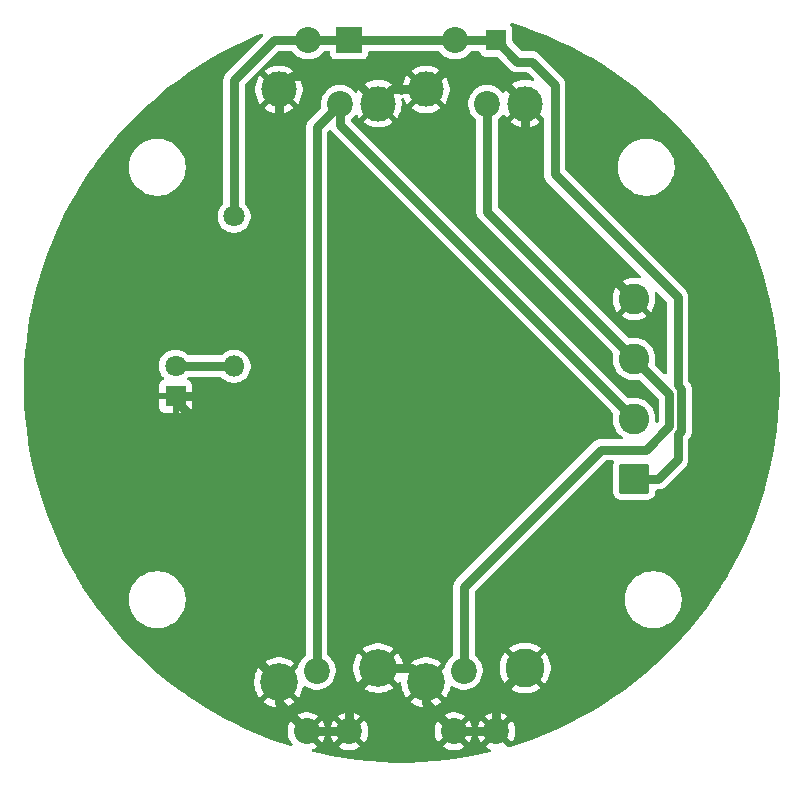
<source format=gbr>
%TF.GenerationSoftware,KiCad,Pcbnew,9.0.0*%
%TF.CreationDate,2025-03-26T13:37:58+01:00*%
%TF.ProjectId,LEDstripCtrl2.1,4c454473-7472-4697-9043-74726c322e31,rev?*%
%TF.SameCoordinates,Original*%
%TF.FileFunction,Copper,L2,Bot*%
%TF.FilePolarity,Positive*%
%FSLAX46Y46*%
G04 Gerber Fmt 4.6, Leading zero omitted, Abs format (unit mm)*
G04 Created by KiCad (PCBNEW 9.0.0) date 2025-03-26 13:37:58*
%MOMM*%
%LPD*%
G01*
G04 APERTURE LIST*
G04 Aperture macros list*
%AMRoundRect*
0 Rectangle with rounded corners*
0 $1 Rounding radius*
0 $2 $3 $4 $5 $6 $7 $8 $9 X,Y pos of 4 corners*
0 Add a 4 corners polygon primitive as box body*
4,1,4,$2,$3,$4,$5,$6,$7,$8,$9,$2,$3,0*
0 Add four circle primitives for the rounded corners*
1,1,$1+$1,$2,$3*
1,1,$1+$1,$4,$5*
1,1,$1+$1,$6,$7*
1,1,$1+$1,$8,$9*
0 Add four rect primitives between the rounded corners*
20,1,$1+$1,$2,$3,$4,$5,0*
20,1,$1+$1,$4,$5,$6,$7,0*
20,1,$1+$1,$6,$7,$8,$9,0*
20,1,$1+$1,$8,$9,$2,$3,0*%
G04 Aperture macros list end*
%TA.AperFunction,ComponentPad*%
%ADD10R,2.200000X2.200000*%
%TD*%
%TA.AperFunction,ComponentPad*%
%ADD11C,2.200000*%
%TD*%
%TA.AperFunction,ComponentPad*%
%ADD12C,3.000000*%
%TD*%
%TA.AperFunction,ComponentPad*%
%ADD13C,3.200000*%
%TD*%
%TA.AperFunction,ComponentPad*%
%ADD14R,1.800000X1.800000*%
%TD*%
%TA.AperFunction,ComponentPad*%
%ADD15C,1.800000*%
%TD*%
%TA.AperFunction,ComponentPad*%
%ADD16RoundRect,0.250000X1.050000X-1.050000X1.050000X1.050000X-1.050000X1.050000X-1.050000X-1.050000X0*%
%TD*%
%TA.AperFunction,ComponentPad*%
%ADD17C,2.600000*%
%TD*%
%TA.AperFunction,ComponentPad*%
%ADD18R,1.750000X1.750000*%
%TD*%
%TA.AperFunction,ComponentPad*%
%ADD19C,3.300000*%
%TD*%
%TA.AperFunction,ComponentPad*%
%ADD20O,1.800000X1.800000*%
%TD*%
%TA.AperFunction,Conductor*%
%ADD21C,0.800000*%
%TD*%
G04 APERTURE END LIST*
D10*
%TO.P,RV1,1,1*%
%TO.N,+3.3V*%
X144550000Y-67050000D03*
D11*
X141050000Y-67050000D03*
%TO.P,RV1,2,2*%
%TO.N,Net-(J1-Pin_2)*%
X143770000Y-72430000D03*
X141810000Y-120430000D03*
%TO.P,RV1,3,3*%
%TO.N,GNDREF*%
X144550000Y-125550000D03*
X140953500Y-125550000D03*
D12*
%TO.P,RV1,MP,MountPin*%
X138600000Y-71200000D03*
X147000000Y-72400000D03*
D13*
X147000000Y-120200000D03*
X138600000Y-121400000D03*
%TD*%
D14*
%TO.P,D1,1,K*%
%TO.N,GNDREF*%
X129850000Y-97170000D03*
D15*
%TO.P,D1,2,A*%
%TO.N,Net-(D1-A)*%
X129850000Y-94630000D03*
%TD*%
D16*
%TO.P,J1,1,Pin_1*%
%TO.N,+3.3V*%
X168672500Y-104170000D03*
D17*
%TO.P,J1,2,Pin_2*%
%TO.N,Net-(J1-Pin_2)*%
X168672500Y-99090000D03*
%TO.P,J1,3,Pin_3*%
%TO.N,Net-(J1-Pin_3)*%
X168672500Y-94010000D03*
%TO.P,J1,4,Pin_4*%
%TO.N,GNDREF*%
X168672500Y-88930000D03*
%TD*%
D18*
%TO.P,RV2,1,1*%
%TO.N,+3.3V*%
X157000000Y-67050000D03*
D11*
X153500000Y-67050000D03*
%TO.P,RV2,2,2*%
%TO.N,Net-(J1-Pin_3)*%
X156220000Y-72430000D03*
X154260000Y-120430000D03*
%TO.P,RV2,3,3*%
%TO.N,GNDREF*%
X157000000Y-125550000D03*
X153403500Y-125550000D03*
D12*
%TO.P,RV2,MP,MountPin*%
X151050000Y-71200000D03*
X159450000Y-72400000D03*
D19*
X159450000Y-120200000D03*
D13*
X151050000Y-121400000D03*
%TD*%
D15*
%TO.P,R1,1*%
%TO.N,+3.3V*%
X134800000Y-81950000D03*
D20*
%TO.P,R1,2*%
%TO.N,Net-(D1-A)*%
X134800000Y-94650000D03*
%TD*%
D21*
%TO.N,+3.3V*%
X134800000Y-70400000D02*
X138150000Y-67050000D01*
X172651000Y-100114628D02*
X172350000Y-100415628D01*
X172350000Y-96271872D02*
X172651000Y-96572872D01*
X172350000Y-100415628D02*
X172350000Y-102500000D01*
X144550000Y-67050000D02*
X153500000Y-67050000D01*
X141050000Y-67050000D02*
X144550000Y-67050000D01*
X158799000Y-68849000D02*
X159999000Y-68849000D01*
X161950000Y-78400000D02*
X172350000Y-88800000D01*
X138150000Y-67050000D02*
X141050000Y-67050000D01*
X172651000Y-96572872D02*
X172651000Y-100114628D01*
X134800000Y-81950000D02*
X134800000Y-70400000D01*
X159999000Y-68849000D02*
X161950000Y-70800000D01*
X170680000Y-104170000D02*
X168672500Y-104170000D01*
X157000000Y-67050000D02*
X158799000Y-68849000D01*
X161950000Y-70800000D02*
X161950000Y-78400000D01*
X153500000Y-67050000D02*
X157000000Y-67050000D01*
X172350000Y-88800000D02*
X172350000Y-96271872D01*
X172350000Y-102500000D02*
X170680000Y-104170000D01*
%TO.N,Net-(J1-Pin_2)*%
X141810000Y-74390000D02*
X143770000Y-72430000D01*
X168672500Y-99090000D02*
X143770000Y-74187500D01*
X143770000Y-74187500D02*
X143770000Y-72430000D01*
X141810000Y-120430000D02*
X141810000Y-74390000D01*
%TO.N,Net-(J1-Pin_3)*%
X168672500Y-94010000D02*
X171650000Y-96987500D01*
X171650000Y-99700000D02*
X169650000Y-101700000D01*
X156220000Y-81557500D02*
X156220000Y-72430000D01*
X154260000Y-113331038D02*
X154260000Y-120430000D01*
X169340000Y-94010000D02*
X168672500Y-94010000D01*
X165891038Y-101700000D02*
X154260000Y-113331038D01*
X168672500Y-94010000D02*
X156220000Y-81557500D01*
X171650000Y-96987500D02*
X171650000Y-99700000D01*
X169650000Y-101700000D02*
X165891038Y-101700000D01*
%TO.N,GNDREF*%
X144700000Y-70100000D02*
X139700000Y-70100000D01*
X151050000Y-71200000D02*
X148200000Y-71200000D01*
X138600000Y-123196500D02*
X140953500Y-125550000D01*
X157000000Y-125550000D02*
X157000000Y-122650000D01*
X157000000Y-122650000D02*
X159450000Y-120200000D01*
X159450000Y-79707500D02*
X168672500Y-88930000D01*
X136130000Y-97170000D02*
X138600000Y-94700000D01*
X138600000Y-121400000D02*
X138600000Y-123196500D01*
X159450000Y-72400000D02*
X159450000Y-79707500D01*
X156900000Y-69850000D02*
X152400000Y-69850000D01*
X133600000Y-116400000D02*
X138600000Y-121400000D01*
X153403500Y-125550000D02*
X157000000Y-125550000D01*
X149850000Y-120200000D02*
X151050000Y-121400000D01*
X138600000Y-94700000D02*
X138600000Y-71200000D01*
X129850000Y-97570000D02*
X133600000Y-101320000D01*
X144550000Y-125550000D02*
X144550000Y-122650000D01*
X133600000Y-101320000D02*
X133600000Y-116400000D01*
X129850000Y-97170000D02*
X136130000Y-97170000D01*
X147000000Y-120200000D02*
X149850000Y-120200000D01*
X159450000Y-72400000D02*
X156900000Y-69850000D01*
X140953500Y-125550000D02*
X144550000Y-125550000D01*
X151050000Y-123196500D02*
X153403500Y-125550000D01*
X147000000Y-72400000D02*
X144700000Y-70100000D01*
X144550000Y-122650000D02*
X147000000Y-120200000D01*
X151050000Y-121400000D02*
X151050000Y-123196500D01*
X139700000Y-70100000D02*
X138600000Y-71200000D01*
X148200000Y-71200000D02*
X147000000Y-72400000D01*
X152400000Y-69850000D02*
X151050000Y-71200000D01*
%TO.N,Net-(D1-A)*%
X134780000Y-94630000D02*
X134800000Y-94650000D01*
X129850000Y-94630000D02*
X134780000Y-94630000D01*
%TD*%
%TA.AperFunction,Conductor*%
%TO.N,GNDREF*%
G36*
X158339925Y-65596672D02*
G01*
X159197841Y-65868962D01*
X159201821Y-65870301D01*
X160227441Y-66234807D01*
X160231365Y-66236278D01*
X161243959Y-66635594D01*
X161247871Y-66637214D01*
X162246192Y-67070846D01*
X162250046Y-67072599D01*
X162431017Y-67158665D01*
X163233000Y-67540071D01*
X163236750Y-67541933D01*
X164203206Y-68042710D01*
X164206906Y-68044708D01*
X164585325Y-68257483D01*
X165155686Y-68578181D01*
X165159340Y-68580319D01*
X166089302Y-69145841D01*
X166092882Y-69148102D01*
X166480604Y-69402409D01*
X166957028Y-69714896D01*
X167003051Y-69745082D01*
X167006544Y-69747460D01*
X167895769Y-70375143D01*
X167899150Y-70377617D01*
X168195583Y-70602409D01*
X168766455Y-71035315D01*
X168769785Y-71037931D01*
X169614111Y-71724842D01*
X169617349Y-71727570D01*
X170437692Y-72442872D01*
X170440836Y-72445708D01*
X171236351Y-73188666D01*
X171239395Y-73191609D01*
X172009005Y-73961219D01*
X172011948Y-73964263D01*
X172754906Y-74759778D01*
X172757742Y-74762922D01*
X173473044Y-75583265D01*
X173475772Y-75586503D01*
X174162683Y-76430829D01*
X174165299Y-76434159D01*
X174822984Y-77301446D01*
X174825484Y-77304863D01*
X175453149Y-78194063D01*
X175455532Y-78197563D01*
X176052512Y-79107732D01*
X176054773Y-79111312D01*
X176620295Y-80041274D01*
X176622433Y-80044928D01*
X177155899Y-80993696D01*
X177157911Y-80997422D01*
X177658670Y-81963843D01*
X177660553Y-81967635D01*
X178128015Y-82950568D01*
X178129768Y-82954422D01*
X178563400Y-83952743D01*
X178565020Y-83956655D01*
X178964336Y-84969249D01*
X178965822Y-84973214D01*
X179330307Y-85998777D01*
X179331657Y-86002790D01*
X179660929Y-87040242D01*
X179662141Y-87044299D01*
X179955806Y-88092401D01*
X179956877Y-88096493D01*
X180188746Y-89047971D01*
X180214580Y-89153980D01*
X180215512Y-89158111D01*
X180436959Y-90223776D01*
X180437750Y-90227935D01*
X180622690Y-91300565D01*
X180623338Y-91304749D01*
X180771548Y-92383050D01*
X180772053Y-92387254D01*
X180883362Y-93469998D01*
X180883723Y-93474217D01*
X180958001Y-94560115D01*
X180958218Y-94564344D01*
X180995379Y-95652168D01*
X180995451Y-95656401D01*
X180995451Y-96744828D01*
X180995379Y-96749061D01*
X180958218Y-97836885D01*
X180958001Y-97841114D01*
X180883723Y-98927012D01*
X180883362Y-98931231D01*
X180772053Y-100013975D01*
X180771548Y-100018179D01*
X180623338Y-101096480D01*
X180622690Y-101100664D01*
X180437750Y-102173294D01*
X180436959Y-102177453D01*
X180215512Y-103243118D01*
X180214580Y-103247249D01*
X179956878Y-104304732D01*
X179955806Y-104308828D01*
X179662141Y-105356930D01*
X179660929Y-105360987D01*
X179331657Y-106398439D01*
X179330307Y-106402452D01*
X178965822Y-107428015D01*
X178964336Y-107431980D01*
X178565020Y-108444574D01*
X178563400Y-108448486D01*
X178129768Y-109446807D01*
X178128015Y-109450661D01*
X177660553Y-110433594D01*
X177658670Y-110437386D01*
X177157911Y-111403807D01*
X177155899Y-111407533D01*
X176622433Y-112356301D01*
X176620295Y-112359955D01*
X176054773Y-113289917D01*
X176052512Y-113293497D01*
X175455532Y-114203666D01*
X175453149Y-114207166D01*
X174825484Y-115096366D01*
X174822984Y-115099783D01*
X174165299Y-115967070D01*
X174162683Y-115970400D01*
X173475772Y-116814726D01*
X173473044Y-116817964D01*
X172757742Y-117638307D01*
X172754906Y-117641451D01*
X172011948Y-118436966D01*
X172009005Y-118440010D01*
X171239395Y-119209620D01*
X171236351Y-119212563D01*
X170440836Y-119955521D01*
X170437692Y-119958357D01*
X169617349Y-120673659D01*
X169614111Y-120676387D01*
X168769785Y-121363298D01*
X168766455Y-121365914D01*
X167899168Y-122023599D01*
X167895751Y-122026099D01*
X167006551Y-122653764D01*
X167003051Y-122656147D01*
X166092882Y-123253127D01*
X166089302Y-123255388D01*
X165159340Y-123820910D01*
X165155686Y-123823048D01*
X164206918Y-124356514D01*
X164203192Y-124358526D01*
X163236771Y-124859285D01*
X163232979Y-124861168D01*
X162250046Y-125328630D01*
X162246192Y-125330383D01*
X161247871Y-125764015D01*
X161243959Y-125765635D01*
X160231365Y-126164951D01*
X160227400Y-126166437D01*
X159201837Y-126530922D01*
X159197824Y-126532272D01*
X158160372Y-126861544D01*
X158156315Y-126862756D01*
X158072190Y-126886327D01*
X158002326Y-126885459D01*
X157951054Y-126854606D01*
X157211059Y-126114612D01*
X157231591Y-126109111D01*
X157368408Y-126030119D01*
X157480119Y-125918408D01*
X157559111Y-125781591D01*
X157564612Y-125761059D01*
X158294250Y-126490698D01*
X158294250Y-126490697D01*
X158368442Y-126388581D01*
X158368446Y-126388575D01*
X158482780Y-126164184D01*
X158560602Y-125924669D01*
X158600000Y-125675928D01*
X158600000Y-125424071D01*
X158560602Y-125175330D01*
X158482780Y-124935815D01*
X158368442Y-124711416D01*
X158294250Y-124609301D01*
X158294250Y-124609300D01*
X157564612Y-125338939D01*
X157559111Y-125318409D01*
X157480119Y-125181592D01*
X157368408Y-125069881D01*
X157231591Y-124990889D01*
X157211058Y-124985387D01*
X157940698Y-124255748D01*
X157838583Y-124181557D01*
X157614184Y-124067219D01*
X157374669Y-123989397D01*
X157125928Y-123950000D01*
X156874072Y-123950000D01*
X156625330Y-123989397D01*
X156385815Y-124067219D01*
X156161413Y-124181559D01*
X156059301Y-124255747D01*
X156059300Y-124255748D01*
X156788940Y-124985387D01*
X156768409Y-124990889D01*
X156631592Y-125069881D01*
X156519881Y-125181592D01*
X156440889Y-125318409D01*
X156435387Y-125338940D01*
X155705748Y-124609300D01*
X155705747Y-124609301D01*
X155631559Y-124711413D01*
X155517219Y-124935815D01*
X155439397Y-125175330D01*
X155400000Y-125424071D01*
X155400000Y-125675928D01*
X155439397Y-125924669D01*
X155517219Y-126164184D01*
X155631557Y-126388583D01*
X155705748Y-126490697D01*
X155705748Y-126490698D01*
X156435387Y-125761059D01*
X156440889Y-125781591D01*
X156519881Y-125918408D01*
X156631592Y-126030119D01*
X156768409Y-126109111D01*
X156788940Y-126114612D01*
X156059300Y-126844250D01*
X156161416Y-126918442D01*
X156385817Y-127032781D01*
X156497554Y-127069086D01*
X156555230Y-127108523D01*
X156582429Y-127172881D01*
X156570515Y-127241728D01*
X156523271Y-127293204D01*
X156488596Y-127307491D01*
X156046634Y-127415195D01*
X156042503Y-127416127D01*
X154976838Y-127637574D01*
X154972679Y-127638365D01*
X153900049Y-127823305D01*
X153895865Y-127823953D01*
X152817564Y-127972163D01*
X152813360Y-127972668D01*
X151730616Y-128083977D01*
X151726397Y-128084338D01*
X150640499Y-128158616D01*
X150636270Y-128158833D01*
X149548447Y-128195994D01*
X149544214Y-128196066D01*
X148455786Y-128196066D01*
X148451553Y-128195994D01*
X147363729Y-128158833D01*
X147359500Y-128158616D01*
X146273602Y-128084338D01*
X146269383Y-128083977D01*
X145186639Y-127972668D01*
X145182435Y-127972163D01*
X144104134Y-127823953D01*
X144099950Y-127823305D01*
X143027320Y-127638365D01*
X143023161Y-127637574D01*
X141957496Y-127416127D01*
X141953365Y-127415195D01*
X141484832Y-127301016D01*
X141424359Y-127266019D01*
X141392408Y-127203883D01*
X141399121Y-127134337D01*
X141442369Y-127079460D01*
X141475874Y-127062611D01*
X141567682Y-127032781D01*
X141792075Y-126918446D01*
X141792081Y-126918442D01*
X141894197Y-126844250D01*
X141894198Y-126844250D01*
X141164559Y-126114612D01*
X141185091Y-126109111D01*
X141321908Y-126030119D01*
X141433619Y-125918408D01*
X141512611Y-125781591D01*
X141518112Y-125761059D01*
X142247750Y-126490698D01*
X142247750Y-126490697D01*
X142321942Y-126388581D01*
X142321946Y-126388575D01*
X142436280Y-126164184D01*
X142514102Y-125924669D01*
X142553500Y-125675928D01*
X142553500Y-125424071D01*
X142950000Y-125424071D01*
X142950000Y-125675928D01*
X142989397Y-125924669D01*
X143067219Y-126164184D01*
X143181557Y-126388583D01*
X143255748Y-126490697D01*
X143255748Y-126490698D01*
X143985387Y-125761059D01*
X143990889Y-125781591D01*
X144069881Y-125918408D01*
X144181592Y-126030119D01*
X144318409Y-126109111D01*
X144338940Y-126114612D01*
X143609300Y-126844250D01*
X143711416Y-126918442D01*
X143935815Y-127032780D01*
X144175330Y-127110602D01*
X144424072Y-127150000D01*
X144675928Y-127150000D01*
X144924669Y-127110602D01*
X145164184Y-127032780D01*
X145388575Y-126918446D01*
X145388581Y-126918442D01*
X145490697Y-126844250D01*
X145490698Y-126844250D01*
X144761059Y-126114612D01*
X144781591Y-126109111D01*
X144918408Y-126030119D01*
X145030119Y-125918408D01*
X145109111Y-125781591D01*
X145114612Y-125761060D01*
X145844250Y-126490698D01*
X145844250Y-126490697D01*
X145918442Y-126388581D01*
X145918446Y-126388575D01*
X146032780Y-126164184D01*
X146110602Y-125924669D01*
X146150000Y-125675928D01*
X146150000Y-125424071D01*
X151803500Y-125424071D01*
X151803500Y-125675928D01*
X151842897Y-125924669D01*
X151920719Y-126164184D01*
X152035057Y-126388583D01*
X152109248Y-126490697D01*
X152109248Y-126490698D01*
X152838887Y-125761059D01*
X152844389Y-125781591D01*
X152923381Y-125918408D01*
X153035092Y-126030119D01*
X153171909Y-126109111D01*
X153192440Y-126114612D01*
X152462800Y-126844250D01*
X152564916Y-126918442D01*
X152789315Y-127032780D01*
X153028830Y-127110602D01*
X153277572Y-127150000D01*
X153529428Y-127150000D01*
X153778169Y-127110602D01*
X154017684Y-127032780D01*
X154242075Y-126918446D01*
X154242081Y-126918442D01*
X154344197Y-126844250D01*
X154344198Y-126844250D01*
X153614559Y-126114612D01*
X153635091Y-126109111D01*
X153771908Y-126030119D01*
X153883619Y-125918408D01*
X153962611Y-125781591D01*
X153968112Y-125761060D01*
X154697750Y-126490698D01*
X154697750Y-126490697D01*
X154771942Y-126388581D01*
X154771946Y-126388575D01*
X154886280Y-126164184D01*
X154964102Y-125924669D01*
X155003500Y-125675928D01*
X155003500Y-125424071D01*
X154964102Y-125175330D01*
X154886280Y-124935815D01*
X154771942Y-124711416D01*
X154697750Y-124609301D01*
X154697750Y-124609300D01*
X153968112Y-125338939D01*
X153962611Y-125318409D01*
X153883619Y-125181592D01*
X153771908Y-125069881D01*
X153635091Y-124990889D01*
X153614558Y-124985387D01*
X154344198Y-124255748D01*
X154242083Y-124181557D01*
X154017684Y-124067219D01*
X153778169Y-123989397D01*
X153529428Y-123950000D01*
X153277572Y-123950000D01*
X153028830Y-123989397D01*
X152789315Y-124067219D01*
X152564913Y-124181559D01*
X152462801Y-124255747D01*
X152462800Y-124255748D01*
X153192440Y-124985387D01*
X153171909Y-124990889D01*
X153035092Y-125069881D01*
X152923381Y-125181592D01*
X152844389Y-125318409D01*
X152838887Y-125338940D01*
X152109248Y-124609300D01*
X152109247Y-124609301D01*
X152035059Y-124711413D01*
X151920719Y-124935815D01*
X151842897Y-125175330D01*
X151803500Y-125424071D01*
X146150000Y-125424071D01*
X146110602Y-125175330D01*
X146032780Y-124935815D01*
X145918442Y-124711416D01*
X145844250Y-124609301D01*
X145844250Y-124609300D01*
X145114612Y-125338939D01*
X145109111Y-125318409D01*
X145030119Y-125181592D01*
X144918408Y-125069881D01*
X144781591Y-124990889D01*
X144761058Y-124985387D01*
X145490698Y-124255748D01*
X145388583Y-124181557D01*
X145164184Y-124067219D01*
X144924669Y-123989397D01*
X144675928Y-123950000D01*
X144424072Y-123950000D01*
X144175330Y-123989397D01*
X143935815Y-124067219D01*
X143711413Y-124181559D01*
X143609301Y-124255747D01*
X143609300Y-124255748D01*
X144338940Y-124985387D01*
X144318409Y-124990889D01*
X144181592Y-125069881D01*
X144069881Y-125181592D01*
X143990889Y-125318409D01*
X143985387Y-125338940D01*
X143255748Y-124609300D01*
X143255747Y-124609301D01*
X143181559Y-124711413D01*
X143067219Y-124935815D01*
X142989397Y-125175330D01*
X142950000Y-125424071D01*
X142553500Y-125424071D01*
X142514102Y-125175330D01*
X142436280Y-124935815D01*
X142321942Y-124711416D01*
X142247750Y-124609301D01*
X142247750Y-124609300D01*
X141518112Y-125338939D01*
X141512611Y-125318409D01*
X141433619Y-125181592D01*
X141321908Y-125069881D01*
X141185091Y-124990889D01*
X141164558Y-124985387D01*
X141894198Y-124255748D01*
X141792083Y-124181557D01*
X141567684Y-124067219D01*
X141328169Y-123989397D01*
X141079428Y-123950000D01*
X140827572Y-123950000D01*
X140578830Y-123989397D01*
X140339315Y-124067219D01*
X140114913Y-124181559D01*
X140012801Y-124255747D01*
X140012800Y-124255748D01*
X140742440Y-124985387D01*
X140721909Y-124990889D01*
X140585092Y-125069881D01*
X140473381Y-125181592D01*
X140394389Y-125318409D01*
X140388887Y-125338940D01*
X139659248Y-124609300D01*
X139659247Y-124609301D01*
X139585059Y-124711413D01*
X139470719Y-124935815D01*
X139392897Y-125175330D01*
X139353500Y-125424071D01*
X139353500Y-125675928D01*
X139392897Y-125924669D01*
X139470719Y-126164184D01*
X139585057Y-126388583D01*
X139733636Y-126593083D01*
X139757116Y-126658890D01*
X139741291Y-126726944D01*
X139691185Y-126775638D01*
X139622707Y-126789514D01*
X139595806Y-126784159D01*
X138802175Y-126532272D01*
X138798162Y-126530922D01*
X137772599Y-126166437D01*
X137768634Y-126164951D01*
X136756040Y-125765635D01*
X136752128Y-125764015D01*
X135753807Y-125330383D01*
X135749953Y-125328630D01*
X134767020Y-124861168D01*
X134763228Y-124859285D01*
X133902142Y-124413106D01*
X133796807Y-124358526D01*
X133793081Y-124356514D01*
X132844313Y-123823048D01*
X132840659Y-123820910D01*
X131910697Y-123255388D01*
X131907117Y-123253127D01*
X131684290Y-123106975D01*
X130996948Y-122656147D01*
X130993448Y-122653764D01*
X130535893Y-122330787D01*
X130104240Y-122026093D01*
X130100831Y-122023599D01*
X130058486Y-121991488D01*
X129804478Y-121798867D01*
X129233544Y-121365914D01*
X129230214Y-121363298D01*
X129219385Y-121354488D01*
X128385888Y-120676387D01*
X128382650Y-120673659D01*
X127562307Y-119958357D01*
X127559163Y-119955520D01*
X127486154Y-119887334D01*
X126763649Y-119212563D01*
X126760604Y-119209620D01*
X125990994Y-118440010D01*
X125988051Y-118436966D01*
X125245093Y-117641451D01*
X125242257Y-117638307D01*
X124526955Y-116817964D01*
X124524227Y-116814726D01*
X123837316Y-115970400D01*
X123834700Y-115967070D01*
X123177015Y-115099783D01*
X123174515Y-115096366D01*
X123152799Y-115065602D01*
X122587805Y-114265186D01*
X125899500Y-114265186D01*
X125899500Y-114534813D01*
X125929686Y-114802719D01*
X125929688Y-114802731D01*
X125989684Y-115065594D01*
X125989687Y-115065602D01*
X126078734Y-115320082D01*
X126195714Y-115562994D01*
X126195716Y-115562997D01*
X126339162Y-115791289D01*
X126464573Y-115948549D01*
X126479342Y-115967070D01*
X126507266Y-116002085D01*
X126697915Y-116192734D01*
X126908711Y-116360838D01*
X127137003Y-116504284D01*
X127379921Y-116621267D01*
X127571049Y-116688145D01*
X127634397Y-116710312D01*
X127634405Y-116710315D01*
X127634408Y-116710315D01*
X127634409Y-116710316D01*
X127897268Y-116770312D01*
X128165187Y-116800499D01*
X128165188Y-116800500D01*
X128165191Y-116800500D01*
X128434812Y-116800500D01*
X128434812Y-116800499D01*
X128702732Y-116770312D01*
X128965591Y-116710316D01*
X129220079Y-116621267D01*
X129462997Y-116504284D01*
X129691289Y-116360838D01*
X129902085Y-116192734D01*
X130092734Y-116002085D01*
X130260838Y-115791289D01*
X130404284Y-115562997D01*
X130521267Y-115320079D01*
X130610316Y-115065591D01*
X130670312Y-114802732D01*
X130700500Y-114534809D01*
X130700500Y-114265191D01*
X130670312Y-113997268D01*
X130610316Y-113734409D01*
X130599688Y-113704037D01*
X130586980Y-113667718D01*
X130521267Y-113479921D01*
X130404284Y-113237003D01*
X130260838Y-113008711D01*
X130092734Y-112797915D01*
X129902085Y-112607266D01*
X129691289Y-112439162D01*
X129462997Y-112295716D01*
X129462994Y-112295714D01*
X129220082Y-112178734D01*
X128965602Y-112089687D01*
X128965594Y-112089684D01*
X128768446Y-112044687D01*
X128702732Y-112029688D01*
X128702728Y-112029687D01*
X128702719Y-112029686D01*
X128434813Y-111999500D01*
X128434809Y-111999500D01*
X128165191Y-111999500D01*
X128165186Y-111999500D01*
X127897280Y-112029686D01*
X127897268Y-112029688D01*
X127634405Y-112089684D01*
X127634397Y-112089687D01*
X127379917Y-112178734D01*
X127137005Y-112295714D01*
X126908712Y-112439161D01*
X126697915Y-112607265D01*
X126507267Y-112797914D01*
X126339161Y-113008712D01*
X126195714Y-113237005D01*
X126078734Y-113479917D01*
X125989687Y-113734397D01*
X125989684Y-113734405D01*
X125929688Y-113997268D01*
X125929686Y-113997280D01*
X125899500Y-114265186D01*
X122587805Y-114265186D01*
X122546826Y-114207132D01*
X122544467Y-114203666D01*
X121947487Y-113293497D01*
X121945226Y-113289917D01*
X121379704Y-112359955D01*
X121377566Y-112356301D01*
X120844100Y-111407533D01*
X120842088Y-111403807D01*
X120341329Y-110437386D01*
X120339446Y-110433594D01*
X119871984Y-109450661D01*
X119870231Y-109446807D01*
X119436599Y-108448486D01*
X119434979Y-108444574D01*
X119035663Y-107431980D01*
X119034192Y-107428056D01*
X118669686Y-106402436D01*
X118668342Y-106398439D01*
X118532520Y-105970500D01*
X118339068Y-105360983D01*
X118337858Y-105356930D01*
X118044181Y-104308783D01*
X118043132Y-104304777D01*
X117785409Y-103247205D01*
X117784494Y-103243151D01*
X117563040Y-102177453D01*
X117562249Y-102173294D01*
X117554267Y-102127000D01*
X117377304Y-101100636D01*
X117376661Y-101096480D01*
X117228445Y-100018134D01*
X117227951Y-100014021D01*
X117116635Y-98931213D01*
X117116276Y-98927012D01*
X117041995Y-97841062D01*
X117041783Y-97836936D01*
X117004621Y-96749061D01*
X117004549Y-96744828D01*
X117004549Y-95656401D01*
X117004621Y-95652168D01*
X117008372Y-95542358D01*
X117041783Y-94564290D01*
X117041995Y-94560170D01*
X117044758Y-94519778D01*
X128449500Y-94519778D01*
X128449500Y-94740221D01*
X128483985Y-94957952D01*
X128552103Y-95167603D01*
X128552104Y-95167606D01*
X128575814Y-95214138D01*
X128638353Y-95336876D01*
X128652187Y-95364025D01*
X128781752Y-95542358D01*
X128781756Y-95542363D01*
X128832316Y-95592923D01*
X128865801Y-95654246D01*
X128860817Y-95723938D01*
X128818945Y-95779871D01*
X128787969Y-95796785D01*
X128707918Y-95826643D01*
X128707906Y-95826649D01*
X128592812Y-95912809D01*
X128592809Y-95912812D01*
X128506649Y-96027906D01*
X128506645Y-96027913D01*
X128456403Y-96162620D01*
X128456401Y-96162627D01*
X128450000Y-96222155D01*
X128450000Y-96920000D01*
X129474722Y-96920000D01*
X129430667Y-96996306D01*
X129400000Y-97110756D01*
X129400000Y-97229244D01*
X129430667Y-97343694D01*
X129474722Y-97420000D01*
X128450000Y-97420000D01*
X128450000Y-98117844D01*
X128456401Y-98177372D01*
X128456403Y-98177379D01*
X128506645Y-98312086D01*
X128506649Y-98312093D01*
X128592809Y-98427187D01*
X128592812Y-98427190D01*
X128707906Y-98513350D01*
X128707913Y-98513354D01*
X128842620Y-98563596D01*
X128842627Y-98563598D01*
X128902155Y-98569999D01*
X128902172Y-98570000D01*
X129600000Y-98570000D01*
X129600000Y-97545277D01*
X129676306Y-97589333D01*
X129790756Y-97620000D01*
X129909244Y-97620000D01*
X130023694Y-97589333D01*
X130100000Y-97545277D01*
X130100000Y-98570000D01*
X130797828Y-98570000D01*
X130797844Y-98569999D01*
X130857372Y-98563598D01*
X130857379Y-98563596D01*
X130992086Y-98513354D01*
X130992093Y-98513350D01*
X131107187Y-98427190D01*
X131107190Y-98427187D01*
X131193350Y-98312093D01*
X131193354Y-98312086D01*
X131243596Y-98177379D01*
X131243598Y-98177372D01*
X131249999Y-98117844D01*
X131250000Y-98117827D01*
X131250000Y-97420000D01*
X130225278Y-97420000D01*
X130269333Y-97343694D01*
X130300000Y-97229244D01*
X130300000Y-97110756D01*
X130269333Y-96996306D01*
X130225278Y-96920000D01*
X131250000Y-96920000D01*
X131250000Y-96222172D01*
X131249999Y-96222155D01*
X131243598Y-96162627D01*
X131243596Y-96162620D01*
X131193354Y-96027913D01*
X131193350Y-96027906D01*
X131107190Y-95912812D01*
X131107187Y-95912809D01*
X130992093Y-95826649D01*
X130992086Y-95826645D01*
X130912031Y-95796787D01*
X130912029Y-95796786D01*
X130912028Y-95796786D01*
X130872179Y-95766955D01*
X130856097Y-95754916D01*
X130856095Y-95754914D01*
X130842068Y-95717302D01*
X130831680Y-95689452D01*
X130831680Y-95689449D01*
X130836526Y-95667172D01*
X130846531Y-95621179D01*
X130867681Y-95592925D01*
X130893790Y-95566817D01*
X130955114Y-95533333D01*
X130981470Y-95530500D01*
X133648531Y-95530500D01*
X133715570Y-95550185D01*
X133736212Y-95566819D01*
X133887636Y-95718243D01*
X133887641Y-95718247D01*
X133999955Y-95799847D01*
X134065978Y-95847815D01*
X134166184Y-95898873D01*
X134262393Y-95947895D01*
X134262396Y-95947896D01*
X134367221Y-95981955D01*
X134472049Y-96016015D01*
X134689778Y-96050500D01*
X134689779Y-96050500D01*
X134910221Y-96050500D01*
X134910222Y-96050500D01*
X135127951Y-96016015D01*
X135337606Y-95947895D01*
X135534022Y-95847815D01*
X135712365Y-95718242D01*
X135868242Y-95562365D01*
X135997815Y-95384022D01*
X136097895Y-95187606D01*
X136166015Y-94977951D01*
X136200500Y-94760222D01*
X136200500Y-94539778D01*
X136166015Y-94322049D01*
X136097895Y-94112394D01*
X136097895Y-94112393D01*
X136063237Y-94044375D01*
X135997815Y-93915978D01*
X135980379Y-93891979D01*
X135868247Y-93737641D01*
X135868243Y-93737636D01*
X135712363Y-93581756D01*
X135712358Y-93581752D01*
X135534025Y-93452187D01*
X135534024Y-93452186D01*
X135534022Y-93452185D01*
X135471096Y-93420122D01*
X135337606Y-93352104D01*
X135337603Y-93352103D01*
X135127952Y-93283985D01*
X135001676Y-93263985D01*
X134910222Y-93249500D01*
X134689778Y-93249500D01*
X134617201Y-93260995D01*
X134472047Y-93283985D01*
X134262396Y-93352103D01*
X134262393Y-93352104D01*
X134065974Y-93452187D01*
X133887641Y-93581752D01*
X133887636Y-93581756D01*
X133776212Y-93693181D01*
X133714889Y-93726666D01*
X133688531Y-93729500D01*
X130981470Y-93729500D01*
X130914431Y-93709815D01*
X130893789Y-93693182D01*
X130858578Y-93657971D01*
X130762365Y-93561758D01*
X130762361Y-93561755D01*
X130762357Y-93561751D01*
X130584025Y-93432187D01*
X130584024Y-93432186D01*
X130584022Y-93432185D01*
X130494049Y-93386341D01*
X130387606Y-93332104D01*
X130387603Y-93332103D01*
X130177952Y-93263985D01*
X130069086Y-93246742D01*
X129960222Y-93229500D01*
X129739778Y-93229500D01*
X129667201Y-93240995D01*
X129522047Y-93263985D01*
X129312396Y-93332103D01*
X129312393Y-93332104D01*
X129115974Y-93432187D01*
X128937641Y-93561752D01*
X128937636Y-93561756D01*
X128781756Y-93717636D01*
X128781752Y-93717641D01*
X128652187Y-93895974D01*
X128552104Y-94092393D01*
X128552103Y-94092396D01*
X128483985Y-94302047D01*
X128449500Y-94519778D01*
X117044758Y-94519778D01*
X117116277Y-93474193D01*
X117116637Y-93469998D01*
X117118468Y-93452187D01*
X117227952Y-92387201D01*
X117228444Y-92383102D01*
X117376666Y-91304712D01*
X117377303Y-91300602D01*
X117562251Y-90227921D01*
X117563040Y-90223776D01*
X117601631Y-90038065D01*
X117784497Y-89158065D01*
X117785406Y-89154037D01*
X118043136Y-88096437D01*
X118044177Y-88092460D01*
X118337864Y-87044278D01*
X118339070Y-87040242D01*
X118668353Y-86002756D01*
X118669680Y-85998810D01*
X119034199Y-84973154D01*
X119035663Y-84969249D01*
X119434979Y-83956655D01*
X119436599Y-83952743D01*
X119602938Y-83569794D01*
X119870235Y-82954411D01*
X119871984Y-82950568D01*
X120339468Y-81967590D01*
X120341307Y-81963887D01*
X120842108Y-80997384D01*
X120844079Y-80993733D01*
X121377575Y-80044912D01*
X121379704Y-80041274D01*
X121463009Y-79904285D01*
X121945237Y-79111294D01*
X121947487Y-79107732D01*
X122544490Y-78197528D01*
X122546826Y-78194097D01*
X122920172Y-77665186D01*
X125899500Y-77665186D01*
X125899500Y-77934813D01*
X125929686Y-78202719D01*
X125929688Y-78202731D01*
X125989684Y-78465594D01*
X125989687Y-78465602D01*
X126078734Y-78720082D01*
X126195714Y-78962994D01*
X126195716Y-78962997D01*
X126339162Y-79191289D01*
X126507266Y-79402085D01*
X126697915Y-79592734D01*
X126908711Y-79760838D01*
X127137003Y-79904284D01*
X127379921Y-80021267D01*
X127571049Y-80088145D01*
X127634397Y-80110312D01*
X127634405Y-80110315D01*
X127634408Y-80110315D01*
X127634409Y-80110316D01*
X127897268Y-80170312D01*
X128165187Y-80200499D01*
X128165188Y-80200500D01*
X128165191Y-80200500D01*
X128434812Y-80200500D01*
X128434812Y-80200499D01*
X128702732Y-80170312D01*
X128965591Y-80110316D01*
X129220079Y-80021267D01*
X129462997Y-79904284D01*
X129691289Y-79760838D01*
X129902085Y-79592734D01*
X130092734Y-79402085D01*
X130260838Y-79191289D01*
X130404284Y-78962997D01*
X130521267Y-78720079D01*
X130610316Y-78465591D01*
X130670312Y-78202732D01*
X130700500Y-77934809D01*
X130700500Y-77665191D01*
X130670312Y-77397268D01*
X130610316Y-77134409D01*
X130521267Y-76879921D01*
X130404284Y-76637003D01*
X130260838Y-76408711D01*
X130092734Y-76197915D01*
X129902085Y-76007266D01*
X129691289Y-75839162D01*
X129462997Y-75695716D01*
X129462994Y-75695714D01*
X129220082Y-75578734D01*
X128965602Y-75489687D01*
X128965594Y-75489684D01*
X128768446Y-75444687D01*
X128702732Y-75429688D01*
X128702728Y-75429687D01*
X128702719Y-75429686D01*
X128434813Y-75399500D01*
X128434809Y-75399500D01*
X128165191Y-75399500D01*
X128165186Y-75399500D01*
X127897280Y-75429686D01*
X127897268Y-75429688D01*
X127634405Y-75489684D01*
X127634397Y-75489687D01*
X127379917Y-75578734D01*
X127137005Y-75695714D01*
X126908712Y-75839161D01*
X126697915Y-76007265D01*
X126507265Y-76197915D01*
X126339161Y-76408712D01*
X126195714Y-76637005D01*
X126078734Y-76879917D01*
X125989687Y-77134397D01*
X125989684Y-77134405D01*
X125929688Y-77397268D01*
X125929686Y-77397280D01*
X125899500Y-77665186D01*
X122920172Y-77665186D01*
X123174548Y-77304816D01*
X123176981Y-77301491D01*
X123834713Y-76434141D01*
X123837316Y-76430829D01*
X123855311Y-76408711D01*
X124524240Y-75586487D01*
X124526955Y-75583265D01*
X124608554Y-75489684D01*
X125242262Y-74762916D01*
X125245093Y-74759778D01*
X125256726Y-74747322D01*
X125988078Y-73964234D01*
X125990964Y-73961249D01*
X126760634Y-73191579D01*
X126763619Y-73188693D01*
X127559168Y-72445702D01*
X127562307Y-72442872D01*
X127895820Y-72152064D01*
X128382666Y-71727556D01*
X128385872Y-71724855D01*
X129230231Y-71037917D01*
X129233526Y-71035328D01*
X130100876Y-70377596D01*
X130104201Y-70375163D01*
X130993482Y-69747441D01*
X130996913Y-69745105D01*
X131907134Y-69148091D01*
X131910679Y-69145852D01*
X132840675Y-68580309D01*
X132844297Y-68578190D01*
X133793118Y-68044694D01*
X133796769Y-68042723D01*
X134763272Y-67541922D01*
X134766975Y-67540083D01*
X135749963Y-67072594D01*
X135753807Y-67070846D01*
X136752184Y-66637190D01*
X136755985Y-66635614D01*
X137084055Y-66506240D01*
X137153638Y-66499960D01*
X137215574Y-66532297D01*
X137250195Y-66592986D01*
X137246510Y-66662758D01*
X137217222Y-66709277D01*
X134100538Y-69825960D01*
X134100537Y-69825961D01*
X134061064Y-69885039D01*
X134061063Y-69885040D01*
X134001985Y-69973455D01*
X133968046Y-70055393D01*
X133934106Y-70137330D01*
X133934103Y-70137342D01*
X133912559Y-70245653D01*
X133899500Y-70311304D01*
X133899500Y-80818530D01*
X133879815Y-80885569D01*
X133863182Y-80906211D01*
X133731751Y-81037642D01*
X133602187Y-81215974D01*
X133502104Y-81412393D01*
X133502103Y-81412396D01*
X133433985Y-81622047D01*
X133402606Y-81820166D01*
X133399500Y-81839778D01*
X133399500Y-82060222D01*
X133410796Y-82131541D01*
X133433985Y-82277952D01*
X133502103Y-82487603D01*
X133502104Y-82487606D01*
X133602187Y-82684025D01*
X133731752Y-82862358D01*
X133731756Y-82862363D01*
X133887636Y-83018243D01*
X133887641Y-83018247D01*
X134043192Y-83131260D01*
X134065978Y-83147815D01*
X134194375Y-83213237D01*
X134262393Y-83247895D01*
X134262396Y-83247896D01*
X134367221Y-83281955D01*
X134472049Y-83316015D01*
X134689778Y-83350500D01*
X134689779Y-83350500D01*
X134910221Y-83350500D01*
X134910222Y-83350500D01*
X135127951Y-83316015D01*
X135337606Y-83247895D01*
X135534022Y-83147815D01*
X135712365Y-83018242D01*
X135868242Y-82862365D01*
X135997815Y-82684022D01*
X136097895Y-82487606D01*
X136166015Y-82277951D01*
X136200500Y-82060222D01*
X136200500Y-81839778D01*
X136166015Y-81622049D01*
X136097895Y-81412394D01*
X136097895Y-81412393D01*
X136063237Y-81344375D01*
X135997815Y-81215978D01*
X135937629Y-81133138D01*
X135868248Y-81037642D01*
X135868244Y-81037638D01*
X135868242Y-81037635D01*
X135736818Y-80906211D01*
X135703334Y-80844888D01*
X135700500Y-80818530D01*
X135700500Y-71068905D01*
X136600000Y-71068905D01*
X136600000Y-71331094D01*
X136634220Y-71591009D01*
X136634222Y-71591020D01*
X136702075Y-71844255D01*
X136802404Y-72086471D01*
X136802409Y-72086482D01*
X136933488Y-72313516D01*
X136933494Y-72313524D01*
X137020080Y-72426365D01*
X137845884Y-71600561D01*
X137846740Y-71602626D01*
X137939762Y-71741844D01*
X138058156Y-71860238D01*
X138197374Y-71953260D01*
X138199437Y-71954114D01*
X137373633Y-72779917D01*
X137373633Y-72779918D01*
X137486475Y-72866505D01*
X137486483Y-72866511D01*
X137713517Y-72997590D01*
X137713528Y-72997595D01*
X137955744Y-73097924D01*
X138208979Y-73165777D01*
X138208990Y-73165779D01*
X138468905Y-73199999D01*
X138468920Y-73200000D01*
X138731080Y-73200000D01*
X138731094Y-73199999D01*
X138991009Y-73165779D01*
X138991020Y-73165777D01*
X139244255Y-73097924D01*
X139486471Y-72997595D01*
X139486482Y-72997590D01*
X139713516Y-72866511D01*
X139713534Y-72866499D01*
X139826365Y-72779919D01*
X139826365Y-72779917D01*
X139000562Y-71954114D01*
X139002626Y-71953260D01*
X139141844Y-71860238D01*
X139260238Y-71741844D01*
X139353260Y-71602626D01*
X139354114Y-71600562D01*
X140179917Y-72426365D01*
X140179919Y-72426365D01*
X140266499Y-72313534D01*
X140266511Y-72313516D01*
X140397590Y-72086482D01*
X140397595Y-72086471D01*
X140497924Y-71844255D01*
X140565777Y-71591020D01*
X140565779Y-71591009D01*
X140599999Y-71331094D01*
X140600000Y-71331080D01*
X140600000Y-71068919D01*
X140599999Y-71068905D01*
X140565779Y-70808990D01*
X140565777Y-70808979D01*
X140497924Y-70555744D01*
X140397595Y-70313528D01*
X140397590Y-70313517D01*
X140266511Y-70086483D01*
X140266505Y-70086475D01*
X140179918Y-69973633D01*
X140179917Y-69973633D01*
X139354114Y-70799436D01*
X139353260Y-70797374D01*
X139260238Y-70658156D01*
X139141844Y-70539762D01*
X139002626Y-70446740D01*
X139000560Y-70445884D01*
X139826365Y-69620080D01*
X139713524Y-69533494D01*
X139713516Y-69533488D01*
X139486482Y-69402409D01*
X139486471Y-69402404D01*
X139244255Y-69302075D01*
X138991020Y-69234222D01*
X138991009Y-69234220D01*
X138731094Y-69200000D01*
X138468905Y-69200000D01*
X138208990Y-69234220D01*
X138208979Y-69234222D01*
X137955744Y-69302075D01*
X137713528Y-69402404D01*
X137713517Y-69402409D01*
X137486471Y-69533496D01*
X137373633Y-69620079D01*
X137373633Y-69620080D01*
X138199438Y-70445885D01*
X138197374Y-70446740D01*
X138058156Y-70539762D01*
X137939762Y-70658156D01*
X137846740Y-70797374D01*
X137845885Y-70799438D01*
X137020080Y-69973633D01*
X137020079Y-69973633D01*
X136933496Y-70086471D01*
X136802409Y-70313517D01*
X136802404Y-70313528D01*
X136702075Y-70555744D01*
X136634222Y-70808979D01*
X136634220Y-70808990D01*
X136600000Y-71068905D01*
X135700500Y-71068905D01*
X135700500Y-70824361D01*
X135720185Y-70757322D01*
X135736819Y-70736680D01*
X138486680Y-67986819D01*
X138548003Y-67953334D01*
X138574361Y-67950500D01*
X139662744Y-67950500D01*
X139729783Y-67970185D01*
X139763060Y-68001612D01*
X139794376Y-68044715D01*
X139829207Y-68092656D01*
X140007345Y-68270794D01*
X140007350Y-68270798D01*
X140042882Y-68296613D01*
X140211155Y-68418870D01*
X140354184Y-68491747D01*
X140435616Y-68533239D01*
X140435618Y-68533239D01*
X140435621Y-68533241D01*
X140675215Y-68611090D01*
X140924038Y-68650500D01*
X140924039Y-68650500D01*
X141175961Y-68650500D01*
X141175962Y-68650500D01*
X141424785Y-68611090D01*
X141664379Y-68533241D01*
X141888845Y-68418870D01*
X142092656Y-68270793D01*
X142270793Y-68092656D01*
X142336939Y-68001613D01*
X142392267Y-67958949D01*
X142437256Y-67950500D01*
X142825501Y-67950500D01*
X142892540Y-67970185D01*
X142938295Y-68022989D01*
X142949501Y-68074500D01*
X142949501Y-68197876D01*
X142955908Y-68257483D01*
X143006202Y-68392328D01*
X143006206Y-68392335D01*
X143092452Y-68507544D01*
X143092455Y-68507547D01*
X143207664Y-68593793D01*
X143207671Y-68593797D01*
X143342517Y-68644091D01*
X143342516Y-68644091D01*
X143349444Y-68644835D01*
X143402127Y-68650500D01*
X145697872Y-68650499D01*
X145757483Y-68644091D01*
X145892331Y-68593796D01*
X146007546Y-68507546D01*
X146093796Y-68392331D01*
X146144091Y-68257483D01*
X146150500Y-68197873D01*
X146150500Y-68074500D01*
X146170185Y-68007461D01*
X146222989Y-67961706D01*
X146274500Y-67950500D01*
X152112744Y-67950500D01*
X152179783Y-67970185D01*
X152213060Y-68001612D01*
X152244376Y-68044715D01*
X152279207Y-68092656D01*
X152457345Y-68270794D01*
X152457350Y-68270798D01*
X152492882Y-68296613D01*
X152661155Y-68418870D01*
X152804184Y-68491747D01*
X152885616Y-68533239D01*
X152885618Y-68533239D01*
X152885621Y-68533241D01*
X153125215Y-68611090D01*
X153374038Y-68650500D01*
X153374039Y-68650500D01*
X153625961Y-68650500D01*
X153625962Y-68650500D01*
X153874785Y-68611090D01*
X154114379Y-68533241D01*
X154338845Y-68418870D01*
X154542656Y-68270793D01*
X154720793Y-68092656D01*
X154786939Y-68001613D01*
X154842267Y-67958949D01*
X154887256Y-67950500D01*
X155514236Y-67950500D01*
X155581275Y-67970185D01*
X155627030Y-68022989D01*
X155630418Y-68031167D01*
X155681202Y-68167328D01*
X155681206Y-68167335D01*
X155767452Y-68282544D01*
X155767455Y-68282547D01*
X155882664Y-68368793D01*
X155882671Y-68368797D01*
X156017517Y-68419091D01*
X156017516Y-68419091D01*
X156024444Y-68419835D01*
X156077127Y-68425500D01*
X157050637Y-68425499D01*
X157117676Y-68445183D01*
X157138318Y-68461818D01*
X158224958Y-69548459D01*
X158224961Y-69548461D01*
X158224964Y-69548464D01*
X158249208Y-69564663D01*
X158249209Y-69564664D01*
X158332145Y-69620080D01*
X158372453Y-69647013D01*
X158454393Y-69680953D01*
X158536334Y-69714895D01*
X158700077Y-69747465D01*
X158710303Y-69749499D01*
X158710307Y-69749500D01*
X158710308Y-69749500D01*
X158710309Y-69749500D01*
X159574638Y-69749500D01*
X159641677Y-69769185D01*
X159662319Y-69785819D01*
X160155413Y-70278913D01*
X160188898Y-70340236D01*
X160183914Y-70409928D01*
X160142042Y-70465861D01*
X160076578Y-70490278D01*
X160035639Y-70486369D01*
X159841020Y-70434222D01*
X159841009Y-70434220D01*
X159581094Y-70400000D01*
X159318905Y-70400000D01*
X159058990Y-70434220D01*
X159058979Y-70434222D01*
X158805744Y-70502075D01*
X158563528Y-70602404D01*
X158563517Y-70602409D01*
X158336471Y-70733496D01*
X158223633Y-70820079D01*
X158223633Y-70820080D01*
X159049438Y-71645884D01*
X159047374Y-71646740D01*
X158908156Y-71739762D01*
X158789762Y-71858156D01*
X158696740Y-71997374D01*
X158695885Y-71999438D01*
X157870080Y-71173633D01*
X157870079Y-71173633D01*
X157783494Y-71286474D01*
X157694769Y-71440147D01*
X157644202Y-71488362D01*
X157575595Y-71501584D01*
X157510730Y-71475616D01*
X157487065Y-71451031D01*
X157440798Y-71387350D01*
X157440794Y-71387345D01*
X157262654Y-71209205D01*
X157262649Y-71209201D01*
X157058848Y-71061132D01*
X157058847Y-71061131D01*
X157058845Y-71061130D01*
X156988747Y-71025413D01*
X156834383Y-70946760D01*
X156594785Y-70868910D01*
X156345962Y-70829500D01*
X156094038Y-70829500D01*
X155987046Y-70846446D01*
X155845214Y-70868910D01*
X155605616Y-70946760D01*
X155381151Y-71061132D01*
X155177350Y-71209201D01*
X155177345Y-71209205D01*
X154999205Y-71387345D01*
X154999201Y-71387350D01*
X154851132Y-71591151D01*
X154736760Y-71815616D01*
X154658910Y-72055214D01*
X154619500Y-72304038D01*
X154619500Y-72555961D01*
X154658910Y-72804785D01*
X154736760Y-73044383D01*
X154798614Y-73165777D01*
X154848542Y-73263766D01*
X154851132Y-73268848D01*
X154999201Y-73472649D01*
X154999205Y-73472654D01*
X154999207Y-73472656D01*
X155177344Y-73650793D01*
X155268386Y-73716939D01*
X155311051Y-73772267D01*
X155319500Y-73817256D01*
X155319500Y-81646196D01*
X155354103Y-81820158D01*
X155354105Y-81820166D01*
X155388046Y-81902106D01*
X155421987Y-81984047D01*
X155472886Y-82060222D01*
X155476223Y-82065216D01*
X155476224Y-82065218D01*
X155520537Y-82131538D01*
X155520540Y-82131541D01*
X166882652Y-93493651D01*
X166916137Y-93554974D01*
X166914746Y-93613424D01*
X166902810Y-93657971D01*
X166902806Y-93657989D01*
X166872001Y-93891979D01*
X166872000Y-93891995D01*
X166872000Y-94128004D01*
X166872001Y-94128020D01*
X166902806Y-94362010D01*
X166963894Y-94589993D01*
X167054214Y-94808045D01*
X167054219Y-94808056D01*
X167125177Y-94930957D01*
X167172227Y-95012450D01*
X167172229Y-95012453D01*
X167172230Y-95012454D01*
X167315906Y-95199697D01*
X167315912Y-95199704D01*
X167482795Y-95366587D01*
X167482801Y-95366592D01*
X167670050Y-95510273D01*
X167767991Y-95566819D01*
X167874443Y-95628280D01*
X167874448Y-95628282D01*
X167874451Y-95628284D01*
X168092507Y-95718606D01*
X168320486Y-95779693D01*
X168554489Y-95810500D01*
X168554496Y-95810500D01*
X168790504Y-95810500D01*
X168790511Y-95810500D01*
X169024514Y-95779693D01*
X169069073Y-95767753D01*
X169138922Y-95769416D01*
X169188847Y-95799847D01*
X170713181Y-97324181D01*
X170746666Y-97385504D01*
X170749500Y-97411862D01*
X170749500Y-99275637D01*
X170729815Y-99342676D01*
X170713181Y-99363318D01*
X170671339Y-99405160D01*
X170610016Y-99438645D01*
X170540324Y-99433661D01*
X170484391Y-99391789D01*
X170459974Y-99326325D01*
X170460719Y-99301293D01*
X170472999Y-99208018D01*
X170473000Y-99208011D01*
X170473000Y-98971989D01*
X170442193Y-98737986D01*
X170381106Y-98510007D01*
X170290784Y-98291951D01*
X170290782Y-98291948D01*
X170290780Y-98291943D01*
X170248618Y-98218918D01*
X170172773Y-98087550D01*
X170029092Y-97900301D01*
X170029087Y-97900295D01*
X169862204Y-97733412D01*
X169862197Y-97733406D01*
X169674954Y-97589730D01*
X169674953Y-97589729D01*
X169674950Y-97589727D01*
X169571656Y-97530090D01*
X169470556Y-97471719D01*
X169470545Y-97471714D01*
X169252493Y-97381394D01*
X169024510Y-97320306D01*
X168790520Y-97289501D01*
X168790517Y-97289500D01*
X168790511Y-97289500D01*
X168554489Y-97289500D01*
X168554483Y-97289500D01*
X168554479Y-97289501D01*
X168320489Y-97320306D01*
X168320471Y-97320310D01*
X168275924Y-97332246D01*
X168206074Y-97330583D01*
X168156151Y-97300152D01*
X144875646Y-74019646D01*
X144738164Y-73882164D01*
X144704679Y-73820841D01*
X144709663Y-73751149D01*
X144751535Y-73695216D01*
X144752915Y-73694197D01*
X144812656Y-73650793D01*
X144990793Y-73472656D01*
X145056368Y-73382399D01*
X145111695Y-73339734D01*
X145181309Y-73333754D01*
X145243104Y-73366360D01*
X145264072Y-73393284D01*
X145333493Y-73513523D01*
X145333494Y-73513524D01*
X145420080Y-73626365D01*
X146245884Y-72800561D01*
X146246740Y-72802626D01*
X146339762Y-72941844D01*
X146458156Y-73060238D01*
X146597374Y-73153260D01*
X146599437Y-73154114D01*
X145773633Y-73979917D01*
X145773633Y-73979918D01*
X145886475Y-74066505D01*
X145886483Y-74066511D01*
X146113517Y-74197590D01*
X146113528Y-74197595D01*
X146355744Y-74297924D01*
X146608979Y-74365777D01*
X146608990Y-74365779D01*
X146868905Y-74399999D01*
X146868920Y-74400000D01*
X147131080Y-74400000D01*
X147131094Y-74399999D01*
X147391009Y-74365779D01*
X147391020Y-74365777D01*
X147644255Y-74297924D01*
X147886471Y-74197595D01*
X147886482Y-74197590D01*
X148113516Y-74066511D01*
X148113534Y-74066499D01*
X148226365Y-73979919D01*
X148226365Y-73979917D01*
X147400562Y-73154114D01*
X147402626Y-73153260D01*
X147541844Y-73060238D01*
X147660238Y-72941844D01*
X147753260Y-72802626D01*
X147754114Y-72800562D01*
X148579917Y-73626365D01*
X148579919Y-73626365D01*
X148666499Y-73513534D01*
X148666511Y-73513516D01*
X148797590Y-73286482D01*
X148797595Y-73286471D01*
X148897924Y-73044255D01*
X148965777Y-72791020D01*
X148965780Y-72791007D01*
X148975684Y-72715780D01*
X148975684Y-72715779D01*
X148999999Y-72531094D01*
X149000000Y-72531080D01*
X149000000Y-72268919D01*
X148999999Y-72268905D01*
X148970126Y-72042007D01*
X148980891Y-71972972D01*
X149027271Y-71920716D01*
X149094540Y-71901830D01*
X149161340Y-71922310D01*
X149206464Y-71975655D01*
X149207626Y-71978368D01*
X149252404Y-72086470D01*
X149252409Y-72086482D01*
X149383488Y-72313516D01*
X149383494Y-72313524D01*
X149470080Y-72426365D01*
X150295884Y-71600561D01*
X150296740Y-71602626D01*
X150389762Y-71741844D01*
X150508156Y-71860238D01*
X150647374Y-71953260D01*
X150649437Y-71954114D01*
X149823633Y-72779917D01*
X149823633Y-72779918D01*
X149936475Y-72866505D01*
X149936483Y-72866511D01*
X150163517Y-72997590D01*
X150163528Y-72997595D01*
X150405744Y-73097924D01*
X150658979Y-73165777D01*
X150658990Y-73165779D01*
X150918905Y-73199999D01*
X150918920Y-73200000D01*
X151181080Y-73200000D01*
X151181094Y-73199999D01*
X151441009Y-73165779D01*
X151441020Y-73165777D01*
X151694255Y-73097924D01*
X151936471Y-72997595D01*
X151936482Y-72997590D01*
X152163516Y-72866511D01*
X152163534Y-72866499D01*
X152276365Y-72779919D01*
X152276365Y-72779917D01*
X151450562Y-71954114D01*
X151452626Y-71953260D01*
X151591844Y-71860238D01*
X151710238Y-71741844D01*
X151803260Y-71602626D01*
X151804114Y-71600562D01*
X152629917Y-72426365D01*
X152629919Y-72426365D01*
X152716499Y-72313534D01*
X152716511Y-72313516D01*
X152847590Y-72086482D01*
X152847595Y-72086471D01*
X152947924Y-71844255D01*
X153015777Y-71591020D01*
X153015779Y-71591009D01*
X153049999Y-71331094D01*
X153050000Y-71331080D01*
X153050000Y-71068919D01*
X153049999Y-71068905D01*
X153015779Y-70808990D01*
X153015777Y-70808979D01*
X152947924Y-70555744D01*
X152847595Y-70313528D01*
X152847590Y-70313517D01*
X152716511Y-70086483D01*
X152716505Y-70086475D01*
X152629918Y-69973633D01*
X152629917Y-69973633D01*
X151804114Y-70799436D01*
X151803260Y-70797374D01*
X151710238Y-70658156D01*
X151591844Y-70539762D01*
X151452626Y-70446740D01*
X151450560Y-70445884D01*
X152276365Y-69620080D01*
X152163524Y-69533494D01*
X152163516Y-69533488D01*
X151936482Y-69402409D01*
X151936471Y-69402404D01*
X151694255Y-69302075D01*
X151441020Y-69234222D01*
X151441009Y-69234220D01*
X151181094Y-69200000D01*
X150918905Y-69200000D01*
X150658990Y-69234220D01*
X150658979Y-69234222D01*
X150405744Y-69302075D01*
X150163528Y-69402404D01*
X150163517Y-69402409D01*
X149936471Y-69533496D01*
X149823633Y-69620079D01*
X149823633Y-69620080D01*
X150649438Y-70445885D01*
X150647374Y-70446740D01*
X150508156Y-70539762D01*
X150389762Y-70658156D01*
X150296740Y-70797374D01*
X150295885Y-70799438D01*
X149470080Y-69973633D01*
X149470079Y-69973633D01*
X149383496Y-70086471D01*
X149252409Y-70313517D01*
X149252404Y-70313528D01*
X149152075Y-70555744D01*
X149084222Y-70808979D01*
X149084220Y-70808990D01*
X149050000Y-71068905D01*
X149050000Y-71331094D01*
X149079873Y-71557992D01*
X149069108Y-71627028D01*
X149022728Y-71679284D01*
X148955459Y-71698169D01*
X148888658Y-71677688D01*
X148843535Y-71624344D01*
X148842373Y-71621631D01*
X148797595Y-71513528D01*
X148797590Y-71513517D01*
X148666511Y-71286483D01*
X148666505Y-71286475D01*
X148579918Y-71173633D01*
X148579917Y-71173633D01*
X147754114Y-71999436D01*
X147753260Y-71997374D01*
X147660238Y-71858156D01*
X147541844Y-71739762D01*
X147402626Y-71646740D01*
X147400560Y-71645884D01*
X148226365Y-70820080D01*
X148113524Y-70733494D01*
X148113516Y-70733488D01*
X147886482Y-70602409D01*
X147886471Y-70602404D01*
X147644255Y-70502075D01*
X147391020Y-70434222D01*
X147391009Y-70434220D01*
X147131094Y-70400000D01*
X146868905Y-70400000D01*
X146608990Y-70434220D01*
X146608979Y-70434222D01*
X146355744Y-70502075D01*
X146113528Y-70602404D01*
X146113517Y-70602409D01*
X145886471Y-70733496D01*
X145773633Y-70820079D01*
X145773633Y-70820080D01*
X146599438Y-71645885D01*
X146597374Y-71646740D01*
X146458156Y-71739762D01*
X146339762Y-71858156D01*
X146246740Y-71997374D01*
X146245885Y-71999438D01*
X145420080Y-71173633D01*
X145420079Y-71173633D01*
X145333494Y-71286474D01*
X145244769Y-71440147D01*
X145194202Y-71488362D01*
X145125595Y-71501584D01*
X145060730Y-71475616D01*
X145037065Y-71451031D01*
X144990798Y-71387350D01*
X144990794Y-71387345D01*
X144812654Y-71209205D01*
X144812649Y-71209201D01*
X144608848Y-71061132D01*
X144608847Y-71061131D01*
X144608845Y-71061130D01*
X144446710Y-70978518D01*
X144384383Y-70946760D01*
X144144785Y-70868910D01*
X143895962Y-70829500D01*
X143644038Y-70829500D01*
X143537046Y-70846446D01*
X143395214Y-70868910D01*
X143155616Y-70946760D01*
X142931151Y-71061132D01*
X142727350Y-71209201D01*
X142727345Y-71209205D01*
X142549205Y-71387345D01*
X142549201Y-71387350D01*
X142401132Y-71591151D01*
X142286760Y-71815616D01*
X142208910Y-72055214D01*
X142169500Y-72304038D01*
X142169500Y-72555967D01*
X142187103Y-72667108D01*
X142178148Y-72736402D01*
X142152311Y-72774187D01*
X141110537Y-73815961D01*
X141072826Y-73872401D01*
X141071063Y-73875040D01*
X141011987Y-73963453D01*
X141000540Y-73991090D01*
X140997096Y-73999404D01*
X140997095Y-73999406D01*
X140944105Y-74127333D01*
X140944103Y-74127341D01*
X140914495Y-74276189D01*
X140914496Y-74276190D01*
X140909500Y-74301308D01*
X140909500Y-119042742D01*
X140889815Y-119109781D01*
X140858387Y-119143059D01*
X140767344Y-119209206D01*
X140589205Y-119387345D01*
X140589201Y-119387350D01*
X140441132Y-119591151D01*
X140326760Y-119815618D01*
X140248909Y-120055217D01*
X140245910Y-120074154D01*
X140215980Y-120137288D01*
X140211118Y-120142435D01*
X139354114Y-120999438D01*
X139353260Y-120997374D01*
X139260238Y-120858156D01*
X139141844Y-120739762D01*
X139002626Y-120646740D01*
X139000561Y-120645884D01*
X139897686Y-119748758D01*
X139769196Y-119650163D01*
X139530802Y-119512527D01*
X139530787Y-119512520D01*
X139276471Y-119407180D01*
X139010565Y-119335930D01*
X138737642Y-119300000D01*
X138462358Y-119300000D01*
X138189434Y-119335930D01*
X137923528Y-119407180D01*
X137669212Y-119512520D01*
X137669197Y-119512527D01*
X137430799Y-119650166D01*
X137302312Y-119748757D01*
X137302312Y-119748758D01*
X138199438Y-120645884D01*
X138197374Y-120646740D01*
X138058156Y-120739762D01*
X137939762Y-120858156D01*
X137846740Y-120997374D01*
X137845884Y-120999438D01*
X136948758Y-120102312D01*
X136948757Y-120102312D01*
X136850166Y-120230799D01*
X136712527Y-120469197D01*
X136712520Y-120469212D01*
X136607180Y-120723528D01*
X136535930Y-120989434D01*
X136500000Y-121262358D01*
X136500000Y-121537641D01*
X136535930Y-121810565D01*
X136607180Y-122076471D01*
X136712520Y-122330787D01*
X136712527Y-122330802D01*
X136850163Y-122569196D01*
X136948758Y-122697686D01*
X137845884Y-121800560D01*
X137846740Y-121802626D01*
X137939762Y-121941844D01*
X138058156Y-122060238D01*
X138197374Y-122153260D01*
X138199438Y-122154115D01*
X137302312Y-123051240D01*
X137430804Y-123149836D01*
X137669197Y-123287472D01*
X137669212Y-123287479D01*
X137923528Y-123392819D01*
X138189434Y-123464069D01*
X138462358Y-123500000D01*
X138737642Y-123500000D01*
X139010565Y-123464069D01*
X139276471Y-123392819D01*
X139530787Y-123287479D01*
X139530802Y-123287472D01*
X139769194Y-123149836D01*
X139769211Y-123149825D01*
X139897686Y-123051241D01*
X139897686Y-123051239D01*
X139000561Y-122154115D01*
X139002626Y-122153260D01*
X139141844Y-122060238D01*
X139260238Y-121941844D01*
X139353260Y-121802626D01*
X139354115Y-121800561D01*
X140251239Y-122697686D01*
X140251241Y-122697686D01*
X140349825Y-122569211D01*
X140349836Y-122569194D01*
X140487472Y-122330802D01*
X140487479Y-122330787D01*
X140592819Y-122076471D01*
X140664067Y-121810570D01*
X140665077Y-121802904D01*
X140693342Y-121739006D01*
X140751665Y-121700533D01*
X140821529Y-121699699D01*
X140860902Y-121718767D01*
X140888759Y-121739006D01*
X140971155Y-121798870D01*
X141114184Y-121871747D01*
X141195616Y-121913239D01*
X141195618Y-121913239D01*
X141195621Y-121913241D01*
X141435215Y-121991090D01*
X141684038Y-122030500D01*
X141684039Y-122030500D01*
X141935961Y-122030500D01*
X141935962Y-122030500D01*
X142184785Y-121991090D01*
X142424379Y-121913241D01*
X142648845Y-121798870D01*
X142711217Y-121753554D01*
X142780842Y-121702970D01*
X142852649Y-121650798D01*
X142852647Y-121650798D01*
X142852656Y-121650793D01*
X143030793Y-121472656D01*
X143178870Y-121268845D01*
X143293241Y-121044379D01*
X143371090Y-120804785D01*
X143410500Y-120555962D01*
X143410500Y-120304038D01*
X143380762Y-120116282D01*
X143374651Y-120077698D01*
X143374651Y-120077697D01*
X143371090Y-120055215D01*
X143371090Y-120055214D01*
X143316542Y-119887334D01*
X143293241Y-119815621D01*
X143293239Y-119815618D01*
X143293239Y-119815616D01*
X143251747Y-119734184D01*
X143178870Y-119591155D01*
X143121744Y-119512527D01*
X143030798Y-119387350D01*
X143030794Y-119387345D01*
X142852655Y-119209206D01*
X142761613Y-119143059D01*
X142718948Y-119087729D01*
X142710500Y-119042742D01*
X142710500Y-74814361D01*
X142719143Y-74784924D01*
X142725667Y-74754935D01*
X142729422Y-74749917D01*
X142730185Y-74747322D01*
X142746813Y-74726685D01*
X142820075Y-74653423D01*
X142881394Y-74619941D01*
X142951086Y-74624925D01*
X143007020Y-74666796D01*
X143010846Y-74672203D01*
X143047246Y-74726680D01*
X143070537Y-74761538D01*
X143070538Y-74761539D01*
X166882652Y-98573651D01*
X166916137Y-98634974D01*
X166914746Y-98693424D01*
X166902810Y-98737971D01*
X166902806Y-98737989D01*
X166872001Y-98971979D01*
X166872000Y-98971995D01*
X166872000Y-99208004D01*
X166872001Y-99208020D01*
X166902806Y-99442010D01*
X166963894Y-99669993D01*
X167054214Y-99888045D01*
X167054219Y-99888056D01*
X167125177Y-100010957D01*
X167172227Y-100092450D01*
X167172229Y-100092453D01*
X167172230Y-100092454D01*
X167315906Y-100279697D01*
X167315912Y-100279704D01*
X167482795Y-100446587D01*
X167482802Y-100446593D01*
X167652914Y-100577124D01*
X167694117Y-100633552D01*
X167698272Y-100703298D01*
X167664060Y-100764218D01*
X167602343Y-100796971D01*
X167577428Y-100799500D01*
X165802342Y-100799500D01*
X165628377Y-100834103D01*
X165628361Y-100834108D01*
X165512491Y-100882102D01*
X165512492Y-100882103D01*
X165464492Y-100901986D01*
X165346956Y-100980522D01*
X165346955Y-100980523D01*
X165317000Y-101000537D01*
X165316999Y-101000538D01*
X153560538Y-112756998D01*
X153560537Y-112756999D01*
X153533200Y-112797914D01*
X153533199Y-112797915D01*
X153461985Y-112904493D01*
X153428046Y-112986431D01*
X153394107Y-113068365D01*
X153394105Y-113068371D01*
X153394105Y-113068372D01*
X153360563Y-113237003D01*
X153359500Y-113242347D01*
X153359500Y-113242348D01*
X153359500Y-119042742D01*
X153339815Y-119109781D01*
X153308387Y-119143059D01*
X153217344Y-119209206D01*
X153039205Y-119387345D01*
X153039201Y-119387350D01*
X152891132Y-119591151D01*
X152776760Y-119815618D01*
X152698909Y-120055217D01*
X152695910Y-120074154D01*
X152665980Y-120137288D01*
X152661118Y-120142435D01*
X151804114Y-120999438D01*
X151803260Y-120997374D01*
X151710238Y-120858156D01*
X151591844Y-120739762D01*
X151452626Y-120646740D01*
X151450561Y-120645884D01*
X152347686Y-119748758D01*
X152219196Y-119650163D01*
X151980802Y-119512527D01*
X151980787Y-119512520D01*
X151726471Y-119407180D01*
X151460565Y-119335930D01*
X151187642Y-119300000D01*
X150912358Y-119300000D01*
X150639434Y-119335930D01*
X150373528Y-119407180D01*
X150119212Y-119512520D01*
X150119197Y-119512527D01*
X149880799Y-119650166D01*
X149752312Y-119748757D01*
X149752312Y-119748758D01*
X150649438Y-120645884D01*
X150647374Y-120646740D01*
X150508156Y-120739762D01*
X150389762Y-120858156D01*
X150296740Y-120997374D01*
X150295884Y-120999438D01*
X149398758Y-120102312D01*
X149398757Y-120102312D01*
X149322376Y-120201855D01*
X149265948Y-120243058D01*
X149196202Y-120247213D01*
X149135282Y-120213001D01*
X149102529Y-120151284D01*
X149100000Y-120126369D01*
X149100000Y-120062358D01*
X149067158Y-119812896D01*
X149064069Y-119789434D01*
X148992819Y-119523528D01*
X148887479Y-119269212D01*
X148887472Y-119269197D01*
X148749836Y-119030804D01*
X148651240Y-118902312D01*
X147754114Y-119799437D01*
X147753260Y-119797374D01*
X147660238Y-119658156D01*
X147541844Y-119539762D01*
X147402626Y-119446740D01*
X147400561Y-119445884D01*
X148297686Y-118548758D01*
X148169196Y-118450163D01*
X147930802Y-118312527D01*
X147930787Y-118312520D01*
X147676471Y-118207180D01*
X147410565Y-118135930D01*
X147137642Y-118100000D01*
X146862358Y-118100000D01*
X146589434Y-118135930D01*
X146323528Y-118207180D01*
X146069212Y-118312520D01*
X146069197Y-118312527D01*
X145830799Y-118450166D01*
X145702312Y-118548757D01*
X145702312Y-118548758D01*
X146599438Y-119445884D01*
X146597374Y-119446740D01*
X146458156Y-119539762D01*
X146339762Y-119658156D01*
X146246740Y-119797374D01*
X146245884Y-119799438D01*
X145348758Y-118902312D01*
X145348757Y-118902312D01*
X145250166Y-119030799D01*
X145112527Y-119269197D01*
X145112520Y-119269212D01*
X145007180Y-119523528D01*
X144935930Y-119789434D01*
X144900000Y-120062358D01*
X144900000Y-120337641D01*
X144935930Y-120610565D01*
X145007180Y-120876471D01*
X145112520Y-121130787D01*
X145112527Y-121130802D01*
X145250163Y-121369196D01*
X145348758Y-121497686D01*
X146245884Y-120600560D01*
X146246740Y-120602626D01*
X146339762Y-120741844D01*
X146458156Y-120860238D01*
X146597374Y-120953260D01*
X146599438Y-120954115D01*
X145702312Y-121851240D01*
X145830804Y-121949836D01*
X146069197Y-122087472D01*
X146069212Y-122087479D01*
X146323528Y-122192819D01*
X146589434Y-122264069D01*
X146862358Y-122300000D01*
X147137642Y-122300000D01*
X147410565Y-122264069D01*
X147676471Y-122192819D01*
X147930787Y-122087479D01*
X147930802Y-122087472D01*
X148169194Y-121949836D01*
X148169211Y-121949825D01*
X148297686Y-121851241D01*
X148297686Y-121851239D01*
X147400561Y-120954115D01*
X147402626Y-120953260D01*
X147541844Y-120860238D01*
X147660238Y-120741844D01*
X147753260Y-120602626D01*
X147754114Y-120600561D01*
X148651239Y-121497686D01*
X148651241Y-121497686D01*
X148727625Y-121398143D01*
X148784053Y-121356941D01*
X148853799Y-121352786D01*
X148914719Y-121386999D01*
X148947471Y-121448716D01*
X148950000Y-121473630D01*
X148950000Y-121537641D01*
X148985930Y-121810565D01*
X149057180Y-122076471D01*
X149162520Y-122330787D01*
X149162527Y-122330802D01*
X149300163Y-122569196D01*
X149398758Y-122697686D01*
X150295884Y-121800560D01*
X150296740Y-121802626D01*
X150389762Y-121941844D01*
X150508156Y-122060238D01*
X150647374Y-122153260D01*
X150649438Y-122154115D01*
X149752312Y-123051240D01*
X149880804Y-123149836D01*
X150119197Y-123287472D01*
X150119212Y-123287479D01*
X150373528Y-123392819D01*
X150639434Y-123464069D01*
X150912358Y-123500000D01*
X151187642Y-123500000D01*
X151460565Y-123464069D01*
X151726471Y-123392819D01*
X151980787Y-123287479D01*
X151980802Y-123287472D01*
X152219194Y-123149836D01*
X152219211Y-123149825D01*
X152347686Y-123051241D01*
X152347686Y-123051239D01*
X151450561Y-122154115D01*
X151452626Y-122153260D01*
X151591844Y-122060238D01*
X151710238Y-121941844D01*
X151803260Y-121802626D01*
X151804114Y-121800561D01*
X152701239Y-122697686D01*
X152701241Y-122697686D01*
X152799825Y-122569211D01*
X152799836Y-122569194D01*
X152937472Y-122330802D01*
X152937479Y-122330787D01*
X153042819Y-122076471D01*
X153114067Y-121810570D01*
X153115077Y-121802904D01*
X153143342Y-121739006D01*
X153201665Y-121700533D01*
X153271529Y-121699699D01*
X153310902Y-121718767D01*
X153338759Y-121739006D01*
X153421155Y-121798870D01*
X153564184Y-121871747D01*
X153645616Y-121913239D01*
X153645618Y-121913239D01*
X153645621Y-121913241D01*
X153885215Y-121991090D01*
X154134038Y-122030500D01*
X154134039Y-122030500D01*
X154385961Y-122030500D01*
X154385962Y-122030500D01*
X154634785Y-121991090D01*
X154874379Y-121913241D01*
X155098845Y-121798870D01*
X155105218Y-121794239D01*
X155181760Y-121738630D01*
X155302649Y-121650798D01*
X155302647Y-121650798D01*
X155302656Y-121650793D01*
X155480793Y-121472656D01*
X155628870Y-121268845D01*
X155743241Y-121044379D01*
X155821090Y-120804785D01*
X155860500Y-120555962D01*
X155860500Y-120304038D01*
X155830762Y-120116282D01*
X155824132Y-120074421D01*
X155824132Y-120074420D01*
X155821703Y-120059088D01*
X157300000Y-120059088D01*
X157300000Y-120340911D01*
X157300001Y-120340928D01*
X157336786Y-120620340D01*
X157409733Y-120892582D01*
X157517584Y-121152957D01*
X157517589Y-121152968D01*
X157658500Y-121397031D01*
X157658511Y-121397047D01*
X157763097Y-121533347D01*
X157763098Y-121533347D01*
X158695884Y-120600561D01*
X158696740Y-120602626D01*
X158789762Y-120741844D01*
X158908156Y-120860238D01*
X159047374Y-120953260D01*
X159049437Y-120954114D01*
X158116651Y-121886900D01*
X158116651Y-121886902D01*
X158252952Y-121991488D01*
X158252968Y-121991499D01*
X158497031Y-122132410D01*
X158497042Y-122132415D01*
X158757417Y-122240266D01*
X159029659Y-122313213D01*
X159309071Y-122349998D01*
X159309089Y-122350000D01*
X159590911Y-122350000D01*
X159590928Y-122349998D01*
X159870340Y-122313213D01*
X160142582Y-122240266D01*
X160402957Y-122132415D01*
X160402968Y-122132410D01*
X160647031Y-121991499D01*
X160647039Y-121991493D01*
X160783347Y-121886900D01*
X159850561Y-120954114D01*
X159852626Y-120953260D01*
X159991844Y-120860238D01*
X160110238Y-120741844D01*
X160203260Y-120602626D01*
X160204114Y-120600561D01*
X161136900Y-121533347D01*
X161241493Y-121397039D01*
X161241499Y-121397031D01*
X161382410Y-121152968D01*
X161382415Y-121152957D01*
X161490266Y-120892582D01*
X161563213Y-120620340D01*
X161599998Y-120340928D01*
X161600000Y-120340911D01*
X161600000Y-120059088D01*
X161599998Y-120059071D01*
X161563213Y-119779659D01*
X161490266Y-119507417D01*
X161382415Y-119247042D01*
X161382410Y-119247031D01*
X161241499Y-119002968D01*
X161241488Y-119002952D01*
X161136902Y-118866651D01*
X161136900Y-118866651D01*
X160204114Y-119799437D01*
X160203260Y-119797374D01*
X160110238Y-119658156D01*
X159991844Y-119539762D01*
X159852626Y-119446740D01*
X159850560Y-119445884D01*
X160783347Y-118513098D01*
X160783347Y-118513097D01*
X160647047Y-118408511D01*
X160647031Y-118408500D01*
X160402968Y-118267589D01*
X160402957Y-118267584D01*
X160142582Y-118159733D01*
X159870340Y-118086786D01*
X159590928Y-118050001D01*
X159590911Y-118050000D01*
X159309089Y-118050000D01*
X159309071Y-118050001D01*
X159029659Y-118086786D01*
X158757417Y-118159733D01*
X158497042Y-118267584D01*
X158497038Y-118267586D01*
X158252962Y-118408505D01*
X158252955Y-118408510D01*
X158116651Y-118513097D01*
X158116651Y-118513098D01*
X159049438Y-119445885D01*
X159047374Y-119446740D01*
X158908156Y-119539762D01*
X158789762Y-119658156D01*
X158696740Y-119797374D01*
X158695885Y-119799438D01*
X157763098Y-118866651D01*
X157763097Y-118866651D01*
X157658510Y-119002955D01*
X157658505Y-119002962D01*
X157517586Y-119247038D01*
X157517584Y-119247042D01*
X157409733Y-119507417D01*
X157336786Y-119779659D01*
X157300001Y-120059071D01*
X157300000Y-120059088D01*
X155821703Y-120059088D01*
X155821090Y-120055215D01*
X155821090Y-120055214D01*
X155766542Y-119887334D01*
X155743241Y-119815621D01*
X155743239Y-119815618D01*
X155743239Y-119815616D01*
X155701747Y-119734184D01*
X155628870Y-119591155D01*
X155571744Y-119512527D01*
X155480798Y-119387350D01*
X155480794Y-119387345D01*
X155302655Y-119209206D01*
X155211613Y-119143059D01*
X155168948Y-119087729D01*
X155160500Y-119042742D01*
X155160500Y-114265186D01*
X167899500Y-114265186D01*
X167899500Y-114534813D01*
X167929686Y-114802719D01*
X167929688Y-114802731D01*
X167989684Y-115065594D01*
X167989687Y-115065602D01*
X168078734Y-115320082D01*
X168195714Y-115562994D01*
X168195716Y-115562997D01*
X168339162Y-115791289D01*
X168464573Y-115948549D01*
X168479342Y-115967070D01*
X168507266Y-116002085D01*
X168697915Y-116192734D01*
X168908711Y-116360838D01*
X169137003Y-116504284D01*
X169379921Y-116621267D01*
X169571049Y-116688145D01*
X169634397Y-116710312D01*
X169634405Y-116710315D01*
X169634408Y-116710315D01*
X169634409Y-116710316D01*
X169897268Y-116770312D01*
X170165187Y-116800499D01*
X170165188Y-116800500D01*
X170165191Y-116800500D01*
X170434812Y-116800500D01*
X170434812Y-116800499D01*
X170702732Y-116770312D01*
X170965591Y-116710316D01*
X171220079Y-116621267D01*
X171462997Y-116504284D01*
X171691289Y-116360838D01*
X171902085Y-116192734D01*
X172092734Y-116002085D01*
X172260838Y-115791289D01*
X172404284Y-115562997D01*
X172521267Y-115320079D01*
X172610316Y-115065591D01*
X172670312Y-114802732D01*
X172700500Y-114534809D01*
X172700500Y-114265191D01*
X172670312Y-113997268D01*
X172610316Y-113734409D01*
X172599688Y-113704037D01*
X172586980Y-113667718D01*
X172521267Y-113479921D01*
X172404284Y-113237003D01*
X172260838Y-113008711D01*
X172092734Y-112797915D01*
X171902085Y-112607266D01*
X171691289Y-112439162D01*
X171462997Y-112295716D01*
X171462994Y-112295714D01*
X171220082Y-112178734D01*
X170965602Y-112089687D01*
X170965594Y-112089684D01*
X170768446Y-112044687D01*
X170702732Y-112029688D01*
X170702728Y-112029687D01*
X170702719Y-112029686D01*
X170434813Y-111999500D01*
X170434809Y-111999500D01*
X170165191Y-111999500D01*
X170165186Y-111999500D01*
X169897280Y-112029686D01*
X169897268Y-112029688D01*
X169634405Y-112089684D01*
X169634397Y-112089687D01*
X169379917Y-112178734D01*
X169137005Y-112295714D01*
X168908712Y-112439161D01*
X168697915Y-112607265D01*
X168507267Y-112797914D01*
X168339161Y-113008712D01*
X168195714Y-113237005D01*
X168078734Y-113479917D01*
X167989687Y-113734397D01*
X167989684Y-113734405D01*
X167929688Y-113997268D01*
X167929686Y-113997280D01*
X167899500Y-114265186D01*
X155160500Y-114265186D01*
X155160500Y-113755399D01*
X155180185Y-113688360D01*
X155196819Y-113667718D01*
X166227718Y-102636819D01*
X166289041Y-102603334D01*
X166315399Y-102600500D01*
X166838975Y-102600500D01*
X166906014Y-102620185D01*
X166951769Y-102672989D01*
X166961713Y-102742147D01*
X166944513Y-102789597D01*
X166937690Y-102800657D01*
X166937686Y-102800666D01*
X166882501Y-102967203D01*
X166882501Y-102967204D01*
X166882500Y-102967204D01*
X166872000Y-103069983D01*
X166872000Y-105270001D01*
X166872001Y-105270018D01*
X166882500Y-105372796D01*
X166882501Y-105372799D01*
X166937685Y-105539331D01*
X166937686Y-105539334D01*
X167029788Y-105688656D01*
X167153844Y-105812712D01*
X167303166Y-105904814D01*
X167469703Y-105959999D01*
X167572491Y-105970500D01*
X169772508Y-105970499D01*
X169875297Y-105959999D01*
X170041834Y-105904814D01*
X170191156Y-105812712D01*
X170315212Y-105688656D01*
X170407314Y-105539334D01*
X170462499Y-105372797D01*
X170473000Y-105270009D01*
X170473000Y-105194500D01*
X170492685Y-105127461D01*
X170545489Y-105081706D01*
X170597000Y-105070500D01*
X170768693Y-105070500D01*
X170768694Y-105070499D01*
X170942666Y-105035895D01*
X171024606Y-105001953D01*
X171106547Y-104968013D01*
X171194959Y-104908936D01*
X171254036Y-104869464D01*
X173049464Y-103074035D01*
X173120847Y-102967203D01*
X173148013Y-102926547D01*
X173167895Y-102878547D01*
X173215895Y-102762666D01*
X173250500Y-102588691D01*
X173250500Y-102411308D01*
X173250500Y-100839989D01*
X173258505Y-100812726D01*
X173263485Y-100784747D01*
X173268953Y-100777144D01*
X173270185Y-100772950D01*
X173283545Y-100755708D01*
X173285135Y-100753991D01*
X173350463Y-100688664D01*
X173357392Y-100678294D01*
X173449013Y-100541175D01*
X173516894Y-100377294D01*
X173536307Y-100279699D01*
X173551500Y-100203320D01*
X173551500Y-100025937D01*
X173551500Y-96484181D01*
X173537433Y-96413464D01*
X173516894Y-96310206D01*
X173507711Y-96288036D01*
X173476468Y-96212609D01*
X173449016Y-96146331D01*
X173449009Y-96146318D01*
X173350464Y-95998837D01*
X173350461Y-95998833D01*
X173286819Y-95935191D01*
X173253334Y-95873868D01*
X173250500Y-95847510D01*
X173250500Y-88711307D01*
X173250499Y-88711303D01*
X173224001Y-88578087D01*
X173215895Y-88537334D01*
X173199577Y-88497940D01*
X173184477Y-88461485D01*
X173184474Y-88461480D01*
X173181953Y-88455393D01*
X173148013Y-88373453D01*
X173088936Y-88285040D01*
X173072423Y-88260326D01*
X173049466Y-88225966D01*
X162886819Y-78063319D01*
X162853334Y-78001996D01*
X162850500Y-77975638D01*
X162850500Y-77665186D01*
X167299500Y-77665186D01*
X167299500Y-77934813D01*
X167329686Y-78202719D01*
X167329688Y-78202731D01*
X167389684Y-78465594D01*
X167389687Y-78465602D01*
X167478734Y-78720082D01*
X167595714Y-78962994D01*
X167595716Y-78962997D01*
X167739162Y-79191289D01*
X167907266Y-79402085D01*
X168097915Y-79592734D01*
X168308711Y-79760838D01*
X168537003Y-79904284D01*
X168779921Y-80021267D01*
X168971049Y-80088145D01*
X169034397Y-80110312D01*
X169034405Y-80110315D01*
X169034408Y-80110315D01*
X169034409Y-80110316D01*
X169297268Y-80170312D01*
X169565187Y-80200499D01*
X169565188Y-80200500D01*
X169565191Y-80200500D01*
X169834812Y-80200500D01*
X169834812Y-80200499D01*
X170102732Y-80170312D01*
X170365591Y-80110316D01*
X170620079Y-80021267D01*
X170862997Y-79904284D01*
X171091289Y-79760838D01*
X171302085Y-79592734D01*
X171492734Y-79402085D01*
X171660838Y-79191289D01*
X171804284Y-78962997D01*
X171921267Y-78720079D01*
X172010316Y-78465591D01*
X172070312Y-78202732D01*
X172100500Y-77934809D01*
X172100500Y-77665191D01*
X172070312Y-77397268D01*
X172010316Y-77134409D01*
X171921267Y-76879921D01*
X171804284Y-76637003D01*
X171660838Y-76408711D01*
X171492734Y-76197915D01*
X171302085Y-76007266D01*
X171091289Y-75839162D01*
X170862997Y-75695716D01*
X170862994Y-75695714D01*
X170620082Y-75578734D01*
X170365602Y-75489687D01*
X170365594Y-75489684D01*
X170168446Y-75444687D01*
X170102732Y-75429688D01*
X170102728Y-75429687D01*
X170102719Y-75429686D01*
X169834813Y-75399500D01*
X169834809Y-75399500D01*
X169565191Y-75399500D01*
X169565186Y-75399500D01*
X169297280Y-75429686D01*
X169297268Y-75429688D01*
X169034405Y-75489684D01*
X169034397Y-75489687D01*
X168779917Y-75578734D01*
X168537005Y-75695714D01*
X168308712Y-75839161D01*
X168097915Y-76007265D01*
X167907265Y-76197915D01*
X167739161Y-76408712D01*
X167595714Y-76637005D01*
X167478734Y-76879917D01*
X167389687Y-77134397D01*
X167389684Y-77134405D01*
X167329688Y-77397268D01*
X167329686Y-77397280D01*
X167299500Y-77665186D01*
X162850500Y-77665186D01*
X162850500Y-70711308D01*
X162850499Y-70711304D01*
X162815896Y-70537341D01*
X162815895Y-70537334D01*
X162750339Y-70379071D01*
X162748695Y-70374474D01*
X162649465Y-70225966D01*
X162649464Y-70225965D01*
X162524035Y-70100536D01*
X162043578Y-69620079D01*
X160573038Y-68149537D01*
X160573034Y-68149533D01*
X160518622Y-68113178D01*
X160518616Y-68113175D01*
X160513959Y-68110063D01*
X160425547Y-68050987D01*
X160343606Y-68017046D01*
X160261666Y-67983105D01*
X160261658Y-67983103D01*
X160087696Y-67948500D01*
X160087692Y-67948500D01*
X160087691Y-67948500D01*
X159223362Y-67948500D01*
X159156323Y-67928815D01*
X159135681Y-67912181D01*
X158411818Y-67188318D01*
X158378333Y-67126995D01*
X158375499Y-67100637D01*
X158375499Y-66127129D01*
X158375498Y-66127123D01*
X158369091Y-66067516D01*
X158318797Y-65932671D01*
X158318793Y-65932664D01*
X158232547Y-65817455D01*
X158232545Y-65817453D01*
X158228101Y-65814126D01*
X158186233Y-65758190D01*
X158181252Y-65688498D01*
X158214741Y-65627177D01*
X158276066Y-65593695D01*
X158339925Y-65596672D01*
G37*
%TD.AperFunction*%
%TA.AperFunction,Conductor*%
G36*
X161013181Y-73609627D02*
G01*
X161046666Y-73670950D01*
X161049500Y-73697308D01*
X161049500Y-78488696D01*
X161084103Y-78662659D01*
X161084104Y-78662663D01*
X161084105Y-78662666D01*
X161107887Y-78720079D01*
X161151987Y-78826547D01*
X161211063Y-78914959D01*
X161214569Y-78920206D01*
X161214570Y-78920208D01*
X161250534Y-78974034D01*
X161250535Y-78974035D01*
X169261193Y-86984694D01*
X169294678Y-87046017D01*
X169289694Y-87115709D01*
X169247822Y-87171642D01*
X169182358Y-87196059D01*
X169141419Y-87192150D01*
X169024414Y-87160799D01*
X168790485Y-87130000D01*
X168554514Y-87130000D01*
X168320585Y-87160799D01*
X168092662Y-87221870D01*
X167874680Y-87312160D01*
X167874671Y-87312165D01*
X167670328Y-87430144D01*
X167670318Y-87430150D01*
X167588775Y-87492720D01*
X167588775Y-87492721D01*
X168425012Y-88328958D01*
X168364610Y-88353978D01*
X168258149Y-88425112D01*
X168167612Y-88515649D01*
X168096478Y-88622110D01*
X168071458Y-88682512D01*
X167235221Y-87846275D01*
X167235220Y-87846275D01*
X167172650Y-87927818D01*
X167172644Y-87927828D01*
X167054665Y-88132171D01*
X167054660Y-88132180D01*
X166964370Y-88350162D01*
X166903299Y-88578085D01*
X166872500Y-88812014D01*
X166872500Y-89047985D01*
X166903299Y-89281914D01*
X166964370Y-89509837D01*
X167054660Y-89727819D01*
X167054665Y-89727828D01*
X167172644Y-89932171D01*
X167172645Y-89932172D01*
X167235221Y-90013723D01*
X168071458Y-89177487D01*
X168096478Y-89237890D01*
X168167612Y-89344351D01*
X168258149Y-89434888D01*
X168364610Y-89506022D01*
X168425011Y-89531041D01*
X167588775Y-90367277D01*
X167670327Y-90429854D01*
X167670328Y-90429855D01*
X167874671Y-90547834D01*
X167874680Y-90547839D01*
X168092663Y-90638129D01*
X168092661Y-90638129D01*
X168320585Y-90699200D01*
X168554514Y-90729999D01*
X168554529Y-90730000D01*
X168790471Y-90730000D01*
X168790485Y-90729999D01*
X169024414Y-90699200D01*
X169252337Y-90638129D01*
X169470319Y-90547839D01*
X169470328Y-90547834D01*
X169674681Y-90429850D01*
X169756223Y-90367279D01*
X169756223Y-90367276D01*
X168919987Y-89531041D01*
X168980390Y-89506022D01*
X169086851Y-89434888D01*
X169177388Y-89344351D01*
X169248522Y-89237890D01*
X169273541Y-89177488D01*
X170109776Y-90013723D01*
X170109779Y-90013723D01*
X170172350Y-89932181D01*
X170290334Y-89727828D01*
X170290339Y-89727819D01*
X170380629Y-89509837D01*
X170441700Y-89281914D01*
X170472499Y-89047985D01*
X170472500Y-89047971D01*
X170472500Y-88812028D01*
X170472499Y-88812014D01*
X170441701Y-88578087D01*
X170410349Y-88461081D01*
X170412012Y-88391231D01*
X170451174Y-88333368D01*
X170515402Y-88305864D01*
X170584305Y-88317450D01*
X170617805Y-88341306D01*
X171413181Y-89136681D01*
X171446666Y-89198004D01*
X171449500Y-89224362D01*
X171449500Y-95214138D01*
X171429815Y-95281177D01*
X171377011Y-95326932D01*
X171307853Y-95336876D01*
X171244297Y-95307851D01*
X171237819Y-95301819D01*
X170462347Y-94526347D01*
X170428862Y-94465024D01*
X170430252Y-94406574D01*
X170442193Y-94362014D01*
X170473000Y-94128011D01*
X170473000Y-93891989D01*
X170442193Y-93657986D01*
X170381106Y-93430007D01*
X170290784Y-93211951D01*
X170290782Y-93211948D01*
X170290780Y-93211943D01*
X170248618Y-93138918D01*
X170172773Y-93007550D01*
X170029092Y-92820301D01*
X170029087Y-92820295D01*
X169862204Y-92653412D01*
X169862197Y-92653406D01*
X169674954Y-92509730D01*
X169674953Y-92509729D01*
X169674950Y-92509727D01*
X169593457Y-92462677D01*
X169470556Y-92391719D01*
X169470545Y-92391714D01*
X169252493Y-92301394D01*
X169024510Y-92240306D01*
X168790520Y-92209501D01*
X168790517Y-92209500D01*
X168790511Y-92209500D01*
X168554489Y-92209500D01*
X168554483Y-92209500D01*
X168554479Y-92209501D01*
X168320489Y-92240306D01*
X168320471Y-92240310D01*
X168275924Y-92252246D01*
X168206074Y-92250583D01*
X168156151Y-92220152D01*
X164831643Y-88895644D01*
X161938789Y-86002790D01*
X157156819Y-81220819D01*
X157123334Y-81159496D01*
X157120500Y-81133138D01*
X157120500Y-73817256D01*
X157140185Y-73750217D01*
X157171612Y-73716939D01*
X157262656Y-73650793D01*
X157440793Y-73472656D01*
X157506368Y-73382399D01*
X157561695Y-73339734D01*
X157631309Y-73333754D01*
X157693104Y-73366360D01*
X157714072Y-73393284D01*
X157783493Y-73513523D01*
X157783494Y-73513524D01*
X157870080Y-73626365D01*
X158695884Y-72800561D01*
X158696740Y-72802626D01*
X158789762Y-72941844D01*
X158908156Y-73060238D01*
X159047374Y-73153260D01*
X159049437Y-73154114D01*
X158223633Y-73979917D01*
X158223633Y-73979918D01*
X158336475Y-74066505D01*
X158336483Y-74066511D01*
X158563517Y-74197590D01*
X158563528Y-74197595D01*
X158805744Y-74297924D01*
X159058979Y-74365777D01*
X159058990Y-74365779D01*
X159318905Y-74399999D01*
X159318920Y-74400000D01*
X159581080Y-74400000D01*
X159581094Y-74399999D01*
X159841009Y-74365779D01*
X159841020Y-74365777D01*
X160094255Y-74297924D01*
X160336471Y-74197595D01*
X160336482Y-74197590D01*
X160563516Y-74066511D01*
X160563534Y-74066499D01*
X160676365Y-73979919D01*
X160676365Y-73979917D01*
X159850562Y-73154114D01*
X159852626Y-73153260D01*
X159991844Y-73060238D01*
X160110238Y-72941844D01*
X160203260Y-72802626D01*
X160204115Y-72800561D01*
X161013181Y-73609627D01*
G37*
%TD.AperFunction*%
%TD*%
M02*

</source>
